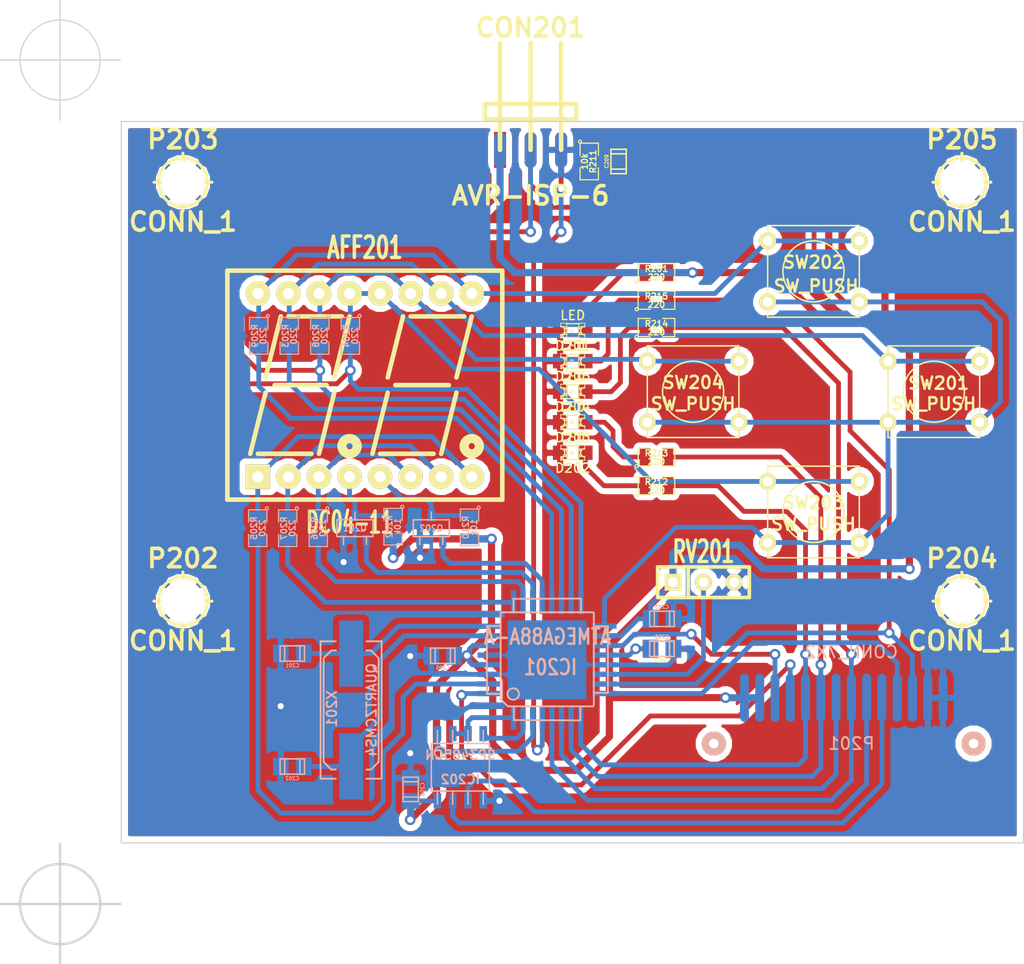
<source format=kicad_pcb>
(kicad_pcb (version 3) (host pcbnew "(2013-05-31 BZR 4019)-stable")
  (title_block (title "Home autoamtion simple controller") (rev 0.1) (comment 1 "logic part"))
  (layers (15 F.Cu signal) (0 B.Cu signal) (18 B.Paste user) (19 F.Paste user) (20 B.SilkS user) (21 F.SilkS user) (22 B.Mask user) (23 F.Mask user) (28 Edge.Cuts user))
  (net 0 "")
  (net 1 +5V)
  (net 2 /485_A)
  (net 3 /485_B)
  (net 4 /A)
  (net 5 /AA)
  (net 6 /B)
  (net 7 /C)
  (net 8 /CC)
  (net 9 /D)
  (net 10 /D1)
  (net 11 /D2)
  (net 12 /DD)
  (net 13 /E)
  (net 14 /EE)
  (net 15 /F)
  (net 16 /G)
  (net 17 /G1)
  (net 18 /G2)
  (net 19 /GG)
  (net 20 /IN)
  (net 21 /MISO)
  (net 22 /MOSI)
  (net 23 /PULSE1)
  (net 24 /PULSE2)
  (net 25 /PULSE3)
  (net 26 /SCK)
  (net 27 /SWFB)
  (net 28 /SWITCH)
  (net 29 /W1)
  (net 30 /ZCD)
  (net 31 /ref)
  (net 32 /reset)
  (net 33 /xtal1)
  (net 34 /xtal2)
  (net 35 GND)
  (net 36 N-0000021)
  (net 37 N-0000022)
  (net 38 N-0000023)
  (net 39 N-0000024)
  (net 40 N-0000041)
  (net 41 N-0000042)
  (net 42 N-0000043)
  (net 43 N-0000044)
  (net 44 N-0000045)
  (module TQFP32 (layer B.Cu) (at 115.951 129.2225)
    (fp_text reference IC201 (at 0.254 0.635) (layer B.SilkS) (effects (font (size 1.27 1.016) (thickness 0.2032)) (justify mirror)))
    (fp_text value ATMEGA88A-A (at 0 -1.905) (layer B.SilkS) (effects (font (size 1.27 1.016) (thickness 0.2032)) (justify mirror)))
    (pad 8 smd rect (at -4.81584 -2.77622) (size 1.99898 0.44958) (layers B.Cu B.Paste B.Mask) (net 34 /xtal2))
    (pad 7 smd rect (at -4.81584 -1.97612) (size 1.99898 0.44958) (layers B.Cu B.Paste B.Mask) (net 33 /xtal1))
    (pad 6 smd rect (at -4.81584 -1.17602) (size 1.99898 0.44958) (layers B.Cu B.Paste B.Mask) (net 1 +5V))
    (pad 5 smd rect (at -4.81584 -0.37592) (size 1.99898 0.44958) (layers B.Cu B.Paste B.Mask) (net 35 GND))
    (pad 4 smd rect (at -4.81584 0.42418) (size 1.99898 0.44958) (layers B.Cu B.Paste B.Mask) (net 1 +5V))
    (pad 3 smd rect (at -4.81584 1.22428) (size 1.99898 0.44958) (layers B.Cu B.Paste B.Mask) (net 35 GND))
    (pad 2 smd rect (at -4.81584 2.02438) (size 1.99898 0.44958) (layers B.Cu B.Paste B.Mask) (net 8 /CC))
    (pad 1 smd rect (at -4.81584 2.82448) (size 1.99898 0.44958) (layers B.Cu B.Paste B.Mask) (net 30 /ZCD))
    (pad 24 smd rect (at 4.7498 2.8194) (size 1.99898 0.44958) (layers B.Cu B.Paste B.Mask) (net 27 /SWFB))
    (pad 17 smd rect (at 4.7498 -2.794) (size 1.99898 0.44958) (layers B.Cu B.Paste B.Mask) (net 26 /SCK))
    (pad 18 smd rect (at 4.7498 -1.9812) (size 1.99898 0.44958) (layers B.Cu B.Paste B.Mask) (net 1 +5V))
    (pad 19 smd rect (at 4.7498 -1.1684) (size 1.99898 0.44958) (layers B.Cu B.Paste B.Mask) (net 20 /IN))
    (pad 20 smd rect (at 4.7498 -0.381) (size 1.99898 0.44958) (layers B.Cu B.Paste B.Mask) (net 31 /ref))
    (pad 21 smd rect (at 4.7498 0.4318) (size 1.99898 0.44958) (layers B.Cu B.Paste B.Mask) (net 35 GND))
    (pad 22 smd rect (at 4.7498 1.2192) (size 1.99898 0.44958) (layers B.Cu B.Paste B.Mask) (net 43 N-0000044))
    (pad 23 smd rect (at 4.7498 2.032) (size 1.99898 0.44958) (layers B.Cu B.Paste B.Mask) (net 28 /SWITCH))
    (pad 32 smd rect (at -2.82448 4.826) (size 0.44958 1.99898) (layers B.Cu B.Paste B.Mask) (net 40 N-0000041))
    (pad 31 smd rect (at -2.02692 4.826) (size 0.44958 1.99898) (layers B.Cu B.Paste B.Mask) (net 44 N-0000045))
    (pad 30 smd rect (at -1.22428 4.826) (size 0.44958 1.99898) (layers B.Cu B.Paste B.Mask) (net 41 N-0000042))
    (pad 29 smd rect (at -0.42672 4.826) (size 0.44958 1.99898) (layers B.Cu B.Paste B.Mask) (net 32 /reset))
    (pad 28 smd rect (at 0.37592 4.826) (size 0.44958 1.99898) (layers B.Cu B.Paste B.Mask) (net 23 /PULSE1))
    (pad 27 smd rect (at 1.17348 4.826) (size 0.44958 1.99898) (layers B.Cu B.Paste B.Mask) (net 29 /W1))
    (pad 26 smd rect (at 1.97612 4.826) (size 0.44958 1.99898) (layers B.Cu B.Paste B.Mask) (net 24 /PULSE2))
    (pad 25 smd rect (at 2.77368 4.826) (size 0.44958 1.99898) (layers B.Cu B.Paste B.Mask) (net 25 /PULSE3))
    (pad 9 smd rect (at -2.8194 -4.7752) (size 0.44958 1.99898) (layers B.Cu B.Paste B.Mask) (net 14 /EE))
    (pad 10 smd rect (at -2.032 -4.7752) (size 0.44958 1.99898) (layers B.Cu B.Paste B.Mask) (net 12 /DD))
    (pad 11 smd rect (at -1.2192 -4.7752) (size 0.44958 1.99898) (layers B.Cu B.Paste B.Mask) (net 17 /G1))
    (pad 12 smd rect (at -0.4318 -4.7752) (size 0.44958 1.99898) (layers B.Cu B.Paste B.Mask) (net 18 /G2))
    (pad 13 smd rect (at 0.3556 -4.7752) (size 0.44958 1.99898) (layers B.Cu B.Paste B.Mask) (net 19 /GG))
    (pad 14 smd rect (at 1.1684 -4.7752) (size 0.44958 1.99898) (layers B.Cu B.Paste B.Mask) (net 5 /AA))
    (pad 15 smd rect (at 1.9812 -4.7752) (size 0.44958 1.99898) (layers B.Cu B.Paste B.Mask) (net 22 /MOSI))
    (pad 16 smd rect (at 2.794 -4.7752) (size 0.44958 1.99898) (layers B.Cu B.Paste B.Mask) (net 21 /MISO))
  )
  (module SW_PUSH_SMALL (layer F.Cu) (at 148.082 106.934)
    (fp_text reference SW201 (at 0.393 -0.706) (layer F.SilkS) (effects (font (size 1.016 1.016) (thickness 0.2032))))
    (fp_text value SW_PUSH (at 0 1.016) (layer F.SilkS) (effects (font (size 1.016 1.016) (thickness 0.2032))))
    (pad 1 thru_hole circle (at 3.81 -2.54) (size 1.397 1.397) (drill 0.8128) (layers *.Cu *.Mask F.SilkS) (net 4 /A))
    (pad 2 thru_hole circle (at 3.81 2.54) (size 1.397 1.397) (drill 0.8128) (layers *.Cu *.Mask F.SilkS) (net 26 /SCK))
    (pad 1 thru_hole circle (at -3.81 -2.54) (size 1.397 1.397) (drill 0.8128) (layers *.Cu *.Mask F.SilkS) (net 4 /A))
    (pad 2 thru_hole circle (at -3.81 2.54) (size 1.397 1.397) (drill 0.8128) (layers *.Cu *.Mask F.SilkS) (net 26 /SCK))
  )
  (module SW_PUSH_SMALL (layer F.Cu) (at 138.0744 96.9264)
    (fp_text reference SW202 (at 0 -0.762) (layer F.SilkS) (effects (font (size 1.016 1.016) (thickness 0.2032))))
    (fp_text value SW_PUSH (at 0.222 1.22) (layer F.SilkS) (effects (font (size 1.016 1.016) (thickness 0.2032))))
    (pad 1 thru_hole circle (at 3.81 -2.54) (size 1.397 1.397) (drill 0.8128) (layers *.Cu *.Mask F.SilkS) (net 16 /G))
    (pad 2 thru_hole circle (at 3.81 2.54) (size 1.397 1.397) (drill 0.8128) (layers *.Cu *.Mask F.SilkS) (net 26 /SCK))
    (pad 1 thru_hole circle (at -3.81 -2.54) (size 1.397 1.397) (drill 0.8128) (layers *.Cu *.Mask F.SilkS) (net 16 /G))
    (pad 2 thru_hole circle (at -3.81 2.54) (size 1.397 1.397) (drill 0.8128) (layers *.Cu *.Mask F.SilkS) (net 26 /SCK))
  )
  (module SW_PUSH_SMALL (layer F.Cu) (at 138.0744 116.9416)
    (fp_text reference SW203 (at 0 -0.762) (layer F.SilkS) (effects (font (size 1.016 1.016) (thickness 0.2032))))
    (fp_text value SW_PUSH (at 0 1.016) (layer F.SilkS) (effects (font (size 1.016 1.016) (thickness 0.2032))))
    (pad 1 thru_hole circle (at 3.81 -2.54) (size 1.397 1.397) (drill 0.8128) (layers *.Cu *.Mask F.SilkS) (net 6 /B))
    (pad 2 thru_hole circle (at 3.81 2.54) (size 1.397 1.397) (drill 0.8128) (layers *.Cu *.Mask F.SilkS) (net 26 /SCK))
    (pad 1 thru_hole circle (at -3.81 -2.54) (size 1.397 1.397) (drill 0.8128) (layers *.Cu *.Mask F.SilkS) (net 6 /B))
    (pad 2 thru_hole circle (at -3.81 2.54) (size 1.397 1.397) (drill 0.8128) (layers *.Cu *.Mask F.SilkS) (net 26 /SCK))
  )
  (module SW_PUSH_SMALL (layer F.Cu) (at 128.0668 106.934)
    (fp_text reference SW204 (at 0 -0.762) (layer F.SilkS) (effects (font (size 1.016 1.016) (thickness 0.2032))))
    (fp_text value SW_PUSH (at 0 1.016) (layer F.SilkS) (effects (font (size 1.016 1.016) (thickness 0.2032))))
    (pad 1 thru_hole circle (at 3.81 -2.54) (size 1.397 1.397) (drill 0.8128) (layers *.Cu *.Mask F.SilkS) (net 15 /F))
    (pad 2 thru_hole circle (at 3.81 2.54) (size 1.397 1.397) (drill 0.8128) (layers *.Cu *.Mask F.SilkS) (net 26 /SCK))
    (pad 1 thru_hole circle (at -3.81 -2.54) (size 1.397 1.397) (drill 0.8128) (layers *.Cu *.Mask F.SilkS) (net 15 /F))
    (pad 2 thru_hole circle (at -3.81 2.54) (size 1.397 1.397) (drill 0.8128) (layers *.Cu *.Mask F.SilkS) (net 26 /SCK))
  )
  (module sot23 (layer B.Cu) (at 106.299 118.2878 180)
    (fp_text reference Q202 (at 0 0 180) (layer B.SilkS) (effects (font (size 0.50038 0.50038) (thickness 0.09906)) (justify mirror)))
    (fp_text value MOS_N_DHA hide)
    (pad 1 smd rect (at -0.9525 -1.05664 180) (size 0.59944 1.00076) (layers B.Cu B.Paste B.Mask) (net 18 /G2))
    (pad 2 smd rect (at 0 1.05664 180) (size 0.59944 1.00076) (layers B.Cu B.Paste B.Mask) (net 11 /D2))
    (pad 3 smd rect (at 0.9525 -1.05664 180) (size 0.59944 1.00076) (layers B.Cu B.Paste B.Mask) (net 35 GND))
  )
  (module sot23 (layer B.Cu) (at 99.949 118.2878 180)
    (fp_text reference Q201 (at 0 0 180) (layer B.SilkS) (effects (font (size 0.50038 0.50038) (thickness 0.09906)) (justify mirror)))
    (fp_text value MOS_N_DHA hide)
    (pad 1 smd rect (at -0.9525 -1.05664 180) (size 0.59944 1.00076) (layers B.Cu B.Paste B.Mask) (net 17 /G1))
    (pad 2 smd rect (at 0 1.05664 180) (size 0.59944 1.00076) (layers B.Cu B.Paste B.Mask) (net 10 /D1))
    (pad 3 smd rect (at 0.9525 -1.05664 180) (size 0.59944 1.00076) (layers B.Cu B.Paste B.Mask) (net 35 GND))
  )
  (module SM0805 (layer B.Cu) (at 97.028 102.2858 270)
    (fp_text reference R208 (at 0 0.3175 270) (layer B.SilkS) (effects (font (size 0.50038 0.50038) (thickness 0.10922)) (justify mirror)))
    (fp_text value 220 (at 0 -0.381 270) (layer B.SilkS) (effects (font (size 0.50038 0.50038) (thickness 0.10922)) (justify mirror)))
    (pad 1 smd rect (at -0.9525 0 270) (size 0.889 1.397) (layers B.Cu B.Paste B.Mask) (net 15 /F))
    (pad 2 smd rect (at 0.9525 0 270) (size 0.889 1.397) (layers B.Cu B.Paste B.Mask) (net 22 /MOSI))
  )
  (module SM0805 (layer B.Cu) (at 94.488 102.2858 270)
    (fp_text reference R203 (at 0 0.3175 270) (layer B.SilkS) (effects (font (size 0.50038 0.50038) (thickness 0.10922)) (justify mirror)))
    (fp_text value 220 (at 0 -0.381 270) (layer B.SilkS) (effects (font (size 0.50038 0.50038) (thickness 0.10922)) (justify mirror)))
    (pad 1 smd rect (at -0.9525 0 270) (size 0.889 1.397) (layers B.Cu B.Paste B.Mask) (net 4 /A))
    (pad 2 smd rect (at 0.9525 0 270) (size 0.889 1.397) (layers B.Cu B.Paste B.Mask) (net 5 /AA))
  )
  (module SM0805 (layer B.Cu) (at 99.568 102.2858 270)
    (fp_text reference R204 (at 0 0.3175 270) (layer B.SilkS) (effects (font (size 0.50038 0.50038) (thickness 0.10922)) (justify mirror)))
    (fp_text value 220 (at 0 -0.381 270) (layer B.SilkS) (effects (font (size 0.50038 0.50038) (thickness 0.10922)) (justify mirror)))
    (pad 1 smd rect (at -0.9525 0 270) (size 0.889 1.397) (layers B.Cu B.Paste B.Mask) (net 6 /B))
    (pad 2 smd rect (at 0.9525 0 270) (size 0.889 1.397) (layers B.Cu B.Paste B.Mask) (net 21 /MISO))
  )
  (module SM0805 (layer B.Cu) (at 96.901 118.2878 270)
    (fp_text reference R206 (at 0 0.3175 270) (layer B.SilkS) (effects (font (size 0.50038 0.50038) (thickness 0.10922)) (justify mirror)))
    (fp_text value 220 (at 0 -0.381 270) (layer B.SilkS) (effects (font (size 0.50038 0.50038) (thickness 0.10922)) (justify mirror)))
    (pad 1 smd rect (at -0.9525 0 270) (size 0.889 1.397) (layers B.Cu B.Paste B.Mask) (net 9 /D))
    (pad 2 smd rect (at 0.9525 0 270) (size 0.889 1.397) (layers B.Cu B.Paste B.Mask) (net 12 /DD))
  )
  (module SM0805 (layer B.Cu) (at 94.361 118.2878 270)
    (fp_text reference R207 (at 0 0.3175 270) (layer B.SilkS) (effects (font (size 0.50038 0.50038) (thickness 0.10922)) (justify mirror)))
    (fp_text value 220 (at 0 -0.381 270) (layer B.SilkS) (effects (font (size 0.50038 0.50038) (thickness 0.10922)) (justify mirror)))
    (pad 1 smd rect (at -0.9525 0 270) (size 0.889 1.397) (layers B.Cu B.Paste B.Mask) (net 13 /E))
    (pad 2 smd rect (at 0.9525 0 270) (size 0.889 1.397) (layers B.Cu B.Paste B.Mask) (net 14 /EE))
  )
  (module SM0805 (layer B.Cu) (at 91.871 118.2858 270)
    (fp_text reference R205 (at 0 0.3175 270) (layer B.SilkS) (effects (font (size 0.50038 0.50038) (thickness 0.10922)) (justify mirror)))
    (fp_text value 220 (at 0 -0.381 270) (layer B.SilkS) (effects (font (size 0.50038 0.50038) (thickness 0.10922)) (justify mirror)))
    (pad 1 smd rect (at -0.9525 0 270) (size 0.889 1.397) (layers B.Cu B.Paste B.Mask) (net 7 /C))
    (pad 2 smd rect (at 0.9525 0 270) (size 0.889 1.397) (layers B.Cu B.Paste B.Mask) (net 8 /CC))
  )
  (module SM0805 (layer B.Cu) (at 91.948 102.2858 270)
    (fp_text reference R209 (at 0 0.3175 270) (layer B.SilkS) (effects (font (size 0.50038 0.50038) (thickness 0.10922)) (justify mirror)))
    (fp_text value 220 (at 0 -0.381 270) (layer B.SilkS) (effects (font (size 0.50038 0.50038) (thickness 0.10922)) (justify mirror)))
    (pad 1 smd rect (at -0.9525 0 270) (size 0.889 1.397) (layers B.Cu B.Paste B.Mask) (net 16 /G))
    (pad 2 smd rect (at 0.9525 0 270) (size 0.889 1.397) (layers B.Cu B.Paste B.Mask) (net 19 /GG))
  )
  (module SM0805 (layer B.Cu) (at 103.124 118.1608 270)
    (fp_text reference R202 (at 0 0.3175 270) (layer B.SilkS) (effects (font (size 0.50038 0.50038) (thickness 0.10922)) (justify mirror)))
    (fp_text value 10k (at 0 -0.381 270) (layer B.SilkS) (effects (font (size 0.50038 0.50038) (thickness 0.10922)) (justify mirror)))
    (pad 1 smd rect (at -0.9525 0 270) (size 0.889 1.397) (layers B.Cu B.Paste B.Mask) (net 10 /D1))
    (pad 2 smd rect (at 0.9525 0 270) (size 0.889 1.397) (layers B.Cu B.Paste B.Mask) (net 1 +5V))
  )
  (module SM0805 (layer B.Cu) (at 109.474 118.2243 270)
    (fp_text reference R210 (at 0 0.3175 270) (layer B.SilkS) (effects (font (size 0.50038 0.50038) (thickness 0.10922)) (justify mirror)))
    (fp_text value 10k (at 0 -0.381 270) (layer B.SilkS) (effects (font (size 0.50038 0.50038) (thickness 0.10922)) (justify mirror)))
    (pad 1 smd rect (at -0.9525 0 270) (size 0.889 1.397) (layers B.Cu B.Paste B.Mask) (net 11 /D2))
    (pad 2 smd rect (at 0.9525 0 270) (size 0.889 1.397) (layers B.Cu B.Paste B.Mask) (net 1 +5V))
  )
  (module SM0805 (layer F.Cu) (at 125.0188 101.6)
    (fp_text reference R214 (at 0 -0.3175) (layer F.SilkS) (effects (font (size 0.50038 0.50038) (thickness 0.10922))))
    (fp_text value 220 (at 0 0.381) (layer F.SilkS) (effects (font (size 0.50038 0.50038) (thickness 0.10922))))
    (pad 1 smd rect (at -0.9525 0) (size 0.889 1.397) (layers F.Cu F.Paste F.Mask) (net 39 N-0000024))
    (pad 2 smd rect (at 0.9525 0) (size 0.889 1.397) (layers F.Cu F.Paste F.Mask) (net 23 /PULSE1))
  )
  (module SM0805 (layer F.Cu) (at 125.0188 112.3696)
    (fp_text reference R213 (at 0 -0.3175) (layer F.SilkS) (effects (font (size 0.50038 0.50038) (thickness 0.10922))))
    (fp_text value 220 (at 0 0.381) (layer F.SilkS) (effects (font (size 0.50038 0.50038) (thickness 0.10922))))
    (pad 1 smd rect (at -0.9525 0) (size 0.889 1.397) (layers F.Cu F.Paste F.Mask) (net 38 N-0000023))
    (pad 2 smd rect (at 0.9525 0) (size 0.889 1.397) (layers F.Cu F.Paste F.Mask) (net 24 /PULSE2))
  )
  (module SM0805 (layer F.Cu) (at 125.0188 114.7572)
    (fp_text reference R212 (at 0 -0.3175) (layer F.SilkS) (effects (font (size 0.50038 0.50038) (thickness 0.10922))))
    (fp_text value 220 (at 0 0.381) (layer F.SilkS) (effects (font (size 0.50038 0.50038) (thickness 0.10922))))
    (pad 1 smd rect (at -0.9525 0) (size 0.889 1.397) (layers F.Cu F.Paste F.Mask) (net 37 N-0000022))
    (pad 2 smd rect (at 0.9525 0) (size 0.889 1.397) (layers F.Cu F.Paste F.Mask) (net 25 /PULSE3))
  )
  (module SM0805 (layer F.Cu) (at 125.0188 99.314)
    (fp_text reference R215 (at 0 -0.3175) (layer F.SilkS) (effects (font (size 0.50038 0.50038) (thickness 0.10922))))
    (fp_text value 220 (at 0 0.381) (layer F.SilkS) (effects (font (size 0.50038 0.50038) (thickness 0.10922))))
    (pad 1 smd rect (at -0.9525 0) (size 0.889 1.397) (layers F.Cu F.Paste F.Mask) (net 36 N-0000021))
    (pad 2 smd rect (at 0.9525 0) (size 0.889 1.397) (layers F.Cu F.Paste F.Mask) (net 28 /SWITCH))
  )
  (module SM0805 (layer F.Cu) (at 125.0188 97.028)
    (fp_text reference R201 (at 0 -0.3175) (layer F.SilkS) (effects (font (size 0.50038 0.50038) (thickness 0.10922))))
    (fp_text value 220 (at 0 0.381) (layer F.SilkS) (effects (font (size 0.50038 0.50038) (thickness 0.10922))))
    (pad 1 smd rect (at -0.9525 0) (size 0.889 1.397) (layers F.Cu F.Paste F.Mask) (net 42 N-0000043))
    (pad 2 smd rect (at 0.9525 0) (size 0.889 1.397) (layers F.Cu F.Paste F.Mask) (net 1 +5V))
  )
  (module SM0805 (layer F.Cu) (at 119.4308 87.7824 270)
    (fp_text reference R211 (at 0 -0.3175 270) (layer F.SilkS) (effects (font (size 0.50038 0.50038) (thickness 0.10922))))
    (fp_text value 10k (at 0 0.381 270) (layer F.SilkS) (effects (font (size 0.50038 0.50038) (thickness 0.10922))))
    (pad 1 smd rect (at -0.9525 0 270) (size 0.889 1.397) (layers F.Cu F.Paste F.Mask) (net 32 /reset))
    (pad 2 smd rect (at 0.9525 0 270) (size 0.889 1.397) (layers F.Cu F.Paste F.Mask) (net 1 +5V))
  )
  (module SIL-3 (layer F.Cu) (at 128.9304 122.7836)
    (fp_text reference RV201 (at 0 -2.54) (layer F.SilkS) (effects (font (size 1.7907 1.07696) (thickness 0.3048))))
    (fp_text value POT hide)
    (pad 1 thru_hole rect (at -2.54 0) (size 1.397 1.397) (drill 0.8128) (layers *.Cu *.Mask F.SilkS) (net 1 +5V))
    (pad 2 thru_hole circle (at 0 0) (size 1.397 1.397) (drill 0.8128) (layers *.Cu *.Mask F.SilkS) (net 43 N-0000044))
    (pad 3 thru_hole circle (at 2.54 0) (size 1.397 1.397) (drill 0.8128) (layers *.Cu *.Mask F.SilkS) (net 35 GND))
  )
  (module Q_49U3HMS (layer B.Cu) (at 99.6315 133.4135 270)
    (fp_text reference X201 (at -0.1 1.6 270) (layer B.SilkS) (effects (font (size 0.8 0.8)) (justify mirror)))
    (fp_text value QUARTZCMS4 (at 0 -1.7 270) (layer B.SilkS) (effects (font (size 0.8 0.8)) (justify mirror)))
    (pad 1 smd rect (at -4.699 0 270) (size 5.4991 1.99898) (layers B.Cu B.Paste B.Mask) (net 34 /xtal2))
    (pad 2 smd rect (at 4.699 0 270) (size 5.4991 1.99898) (layers B.Cu B.Paste B.Mask) (net 33 /xtal1))
  )
  (module LED-0805 (layer F.Cu) (at 118.0592 104.394 180)
    (fp_text reference D205 (at 0 -1.27 180) (layer F.SilkS) (effects (font (size 0.762 0.762) (thickness 0.127))))
    (fp_text value LED (at 0 1.27 180) (layer F.SilkS) (effects (font (size 0.762 0.762) (thickness 0.127))))
    (pad 1 smd rect (at -1.04902 0 180) (size 1.19888 1.19888) (layers F.Cu F.Paste F.Mask) (net 36 N-0000021))
    (pad 2 smd rect (at 1.04902 0 180) (size 1.19888 1.19888) (layers F.Cu F.Paste F.Mask) (net 35 GND))
  )
  (module LED-0805 (layer F.Cu) (at 118.0592 101.854 180)
    (fp_text reference D201 (at 0 -1.27 180) (layer F.SilkS) (effects (font (size 0.762 0.762) (thickness 0.127))))
    (fp_text value LED (at 0 1.27 180) (layer F.SilkS) (effects (font (size 0.762 0.762) (thickness 0.127))))
    (pad 1 smd rect (at -1.04902 0 180) (size 1.19888 1.19888) (layers F.Cu F.Paste F.Mask) (net 42 N-0000043))
    (pad 2 smd rect (at 1.04902 0 180) (size 1.19888 1.19888) (layers F.Cu F.Paste F.Mask) (net 35 GND))
  )
  (module LED-0805 (layer F.Cu) (at 118.0592 106.934 180)
    (fp_text reference D204 (at 0 -1.27 180) (layer F.SilkS) (effects (font (size 0.762 0.762) (thickness 0.127))))
    (fp_text value LED (at 0 1.27 180) (layer F.SilkS) (effects (font (size 0.762 0.762) (thickness 0.127))))
    (pad 1 smd rect (at -1.04902 0 180) (size 1.19888 1.19888) (layers F.Cu F.Paste F.Mask) (net 39 N-0000024))
    (pad 2 smd rect (at 1.04902 0 180) (size 1.19888 1.19888) (layers F.Cu F.Paste F.Mask) (net 35 GND))
  )
  (module LED-0805 (layer F.Cu) (at 118.0592 112.014 180)
    (fp_text reference D202 (at 0 -1.27 180) (layer F.SilkS) (effects (font (size 0.762 0.762) (thickness 0.127))))
    (fp_text value LED (at 0 1.27 180) (layer F.SilkS) (effects (font (size 0.762 0.762) (thickness 0.127))))
    (pad 1 smd rect (at -1.04902 0 180) (size 1.19888 1.19888) (layers F.Cu F.Paste F.Mask) (net 37 N-0000022))
    (pad 2 smd rect (at 1.04902 0 180) (size 1.19888 1.19888) (layers F.Cu F.Paste F.Mask) (net 35 GND))
  )
  (module LED-0805 (layer F.Cu) (at 118.0592 109.474 180)
    (fp_text reference D203 (at 0 -1.27 180) (layer F.SilkS) (effects (font (size 0.762 0.762) (thickness 0.127))))
    (fp_text value LED (at 0 1.27 180) (layer F.SilkS) (effects (font (size 0.762 0.762) (thickness 0.127))))
    (pad 1 smd rect (at -1.04902 0 180) (size 1.19888 1.19888) (layers F.Cu F.Paste F.Mask) (net 38 N-0000023))
    (pad 2 smd rect (at 1.04902 0 180) (size 1.19888 1.19888) (layers F.Cu F.Paste F.Mask) (net 35 GND))
  )
  (module Dx04 (layer F.Cu) (at 100.771 106.3858)
    (fp_text reference AFF201 (at 0 -11.43) (layer F.SilkS) (effects (font (size 1.778 1.143) (thickness 0.3048))))
    (fp_text value DC04-11 (at -1.27 11.43) (layer F.SilkS) (effects (font (size 1.778 1.016) (thickness 0.3048))))
    (pad 1 thru_hole rect (at -8.89 7.62) (size 2.032 2.032) (drill 0.9144) (layers *.Cu *.Mask F.SilkS) (net 7 /C))
    (pad 2 thru_hole circle (at -6.35 7.62) (size 2.032 2.032) (drill 0.9144) (layers *.Cu *.Mask F.SilkS) (net 13 /E))
    (pad 3 thru_hole circle (at -3.81 7.62) (size 2.032 2.032) (drill 0.9144) (layers *.Cu *.Mask F.SilkS) (net 9 /D))
    (pad 4 thru_hole circle (at -1.27 7.62) (size 2.032 2.032) (drill 0.9144) (layers *.Cu *.Mask F.SilkS) (net 10 /D1))
    (pad 13 thru_hole circle (at -1.27 -7.62) (size 2.032 2.032) (drill 0.9144) (layers *.Cu *.Mask F.SilkS) (net 6 /B))
    (pad 14 thru_hole circle (at -3.81 -7.62) (size 2.032 2.032) (drill 0.9144) (layers *.Cu *.Mask F.SilkS) (net 15 /F))
    (pad 15 thru_hole circle (at -6.35 -7.62) (size 2.032 2.032) (drill 0.9144) (layers *.Cu *.Mask F.SilkS) (net 4 /A))
    (pad 16 thru_hole circle (at -8.89 -7.62) (size 2.032 2.032) (drill 0.9144) (layers *.Cu *.Mask F.SilkS) (net 16 /G))
    (pad 5 thru_hole circle (at 1.27 7.62) (size 2.032 2.032) (drill 0.9144) (layers *.Cu *.Mask F.SilkS) (net 11 /D2))
    (pad 6 thru_hole circle (at 3.81 7.62) (size 2.032 2.032) (drill 0.9144) (layers *.Cu *.Mask F.SilkS) (net 9 /D))
    (pad 7 thru_hole circle (at 6.35 7.62) (size 2.032 2.032) (drill 0.9144) (layers *.Cu *.Mask F.SilkS) (net 13 /E))
    (pad 8 thru_hole circle (at 8.89 7.62) (size 2.032 2.032) (drill 0.9144) (layers *.Cu *.Mask F.SilkS) (net 7 /C))
    (pad 12 thru_hole circle (at 1.27 -7.62) (size 2.032 2.032) (drill 0.9144) (layers *.Cu *.Mask F.SilkS) (net 6 /B))
    (pad 11 thru_hole circle (at 3.81 -7.62) (size 2.032 2.032) (drill 0.9144) (layers *.Cu *.Mask F.SilkS) (net 15 /F))
    (pad 10 thru_hole circle (at 6.35 -7.62) (size 2.032 2.032) (drill 0.9144) (layers *.Cu *.Mask F.SilkS) (net 4 /A))
    (pad 9 thru_hole circle (at 8.89 -7.62) (size 2.032 2.032) (drill 0.9144) (layers *.Cu *.Mask F.SilkS) (net 16 /G))
  )
  (module c_0805 (layer B.Cu) (at 94.742 138.1125)
    (fp_text reference C202 (at 0 0.9906) (layer B.SilkS) (effects (font (size 0.29972 0.29972) (thickness 0.06096)) (justify mirror)))
    (fp_text value 12p hide)
    (pad 1 smd rect (at 0.9525 0) (size 1.30048 1.4986) (layers B.Cu B.Paste B.Mask) (net 33 /xtal1))
    (pad 2 smd rect (at -0.9525 0) (size 1.30048 1.4986) (layers B.Cu B.Paste B.Mask) (net 35 GND))
  )
  (module c_0805 (layer B.Cu) (at 94.742 128.7145)
    (fp_text reference C201 (at 0 0.9906) (layer B.SilkS) (effects (font (size 0.29972 0.29972) (thickness 0.06096)) (justify mirror)))
    (fp_text value 12p hide)
    (pad 1 smd rect (at 0.9525 0) (size 1.30048 1.4986) (layers B.Cu B.Paste B.Mask) (net 34 /xtal2))
    (pad 2 smd rect (at -0.9525 0) (size 1.30048 1.4986) (layers B.Cu B.Paste B.Mask) (net 35 GND))
  )
  (module c_0805 (layer B.Cu) (at 107.2515 128.905)
    (fp_text reference C205 (at 0 0.9906) (layer B.SilkS) (effects (font (size 0.29972 0.29972) (thickness 0.06096)) (justify mirror)))
    (fp_text value 100n hide)
    (pad 1 smd rect (at 0.9525 0) (size 1.30048 1.4986) (layers B.Cu B.Paste B.Mask) (net 1 +5V))
    (pad 2 smd rect (at -0.9525 0) (size 1.30048 1.4986) (layers B.Cu B.Paste B.Mask) (net 35 GND))
  )
  (module c_0805 (layer B.Cu) (at 104.5845 140.0175 90)
    (fp_text reference C206 (at 0 0.9906 90) (layer B.SilkS) (effects (font (size 0.29972 0.29972) (thickness 0.06096)) (justify mirror)))
    (fp_text value 100n hide)
    (pad 1 smd rect (at 0.9525 0 90) (size 1.30048 1.4986) (layers B.Cu B.Paste B.Mask) (net 35 GND))
    (pad 2 smd rect (at -0.9525 0 90) (size 1.30048 1.4986) (layers B.Cu B.Paste B.Mask) (net 1 +5V))
  )
  (module c_0805 (layer F.Cu) (at 121.8692 87.7824 90)
    (fp_text reference C209 (at 0 -0.9906 90) (layer F.SilkS) (effects (font (size 0.29972 0.29972) (thickness 0.06096))))
    (fp_text value 1u hide)
    (pad 1 smd rect (at 0.9525 0 90) (size 1.30048 1.4986) (layers F.Cu F.Paste F.Mask) (net 32 /reset))
    (pad 2 smd rect (at -0.9525 0 90) (size 1.30048 1.4986) (layers F.Cu F.Paste F.Mask) (net 35 GND))
  )
  (module c_0805 (layer F.Cu) (at 125.476 128.3208 180)
    (fp_text reference C207 (at 0 -0.9906 180) (layer F.SilkS) (effects (font (size 0.29972 0.29972) (thickness 0.06096))))
    (fp_text value 1u hide)
    (pad 1 smd rect (at 0.9525 0 180) (size 1.30048 1.4986) (layers F.Cu F.Paste F.Mask) (net 31 /ref))
    (pad 2 smd rect (at -0.9525 0 180) (size 1.30048 1.4986) (layers F.Cu F.Paste F.Mask) (net 35 GND))
  )
  (module c_0805 (layer B.Cu) (at 125.476 128.3208 180)
    (fp_text reference C208 (at 0 0.9906 180) (layer B.SilkS) (effects (font (size 0.29972 0.29972) (thickness 0.06096)) (justify mirror)))
    (fp_text value 100n hide)
    (pad 1 smd rect (at 0.9525 0 180) (size 1.30048 1.4986) (layers B.Cu B.Paste B.Mask) (net 31 /ref))
    (pad 2 smd rect (at -0.9525 0 180) (size 1.30048 1.4986) (layers B.Cu B.Paste B.Mask) (net 35 GND))
  )
  (module c_0805 (layer B.Cu) (at 125.476 125.8316 180)
    (fp_text reference C203 (at 0 0.9906 180) (layer B.SilkS) (effects (font (size 0.29972 0.29972) (thickness 0.06096)) (justify mirror)))
    (fp_text value 100n hide)
    (pad 1 smd rect (at 0.9525 0 180) (size 1.30048 1.4986) (layers B.Cu B.Paste B.Mask) (net 1 +5V))
    (pad 2 smd rect (at -0.9525 0 180) (size 1.30048 1.4986) (layers B.Cu B.Paste B.Mask) (net 35 GND))
  )
  (module hole_3mm5 (layer F.Cu) (at 85.6488 124.3584)
    (fp_text reference P202 (at 0 -3.556) (layer F.SilkS) (effects (font (size 1.524 1.524) (thickness 0.3048))))
    (fp_text value CONN_1 (at 0 3.302) (layer F.SilkS) (effects (font (size 1.524 1.524) (thickness 0.3048))))
    (pad 1 thru_hole circle (at 0 0) (size 3.50012 3.50012) (drill 3.50012) (layers *.Cu F.SilkS) (net 35 GND))
  )
  (module hole_3mm5 (layer F.Cu) (at 85.6488 89.5096)
    (fp_text reference P203 (at 0 -3.556) (layer F.SilkS) (effects (font (size 1.524 1.524) (thickness 0.3048))))
    (fp_text value CONN_1 (at 0 3.302) (layer F.SilkS) (effects (font (size 1.524 1.524) (thickness 0.3048))))
    (pad 1 thru_hole circle (at 0 0) (size 3.50012 3.50012) (drill 3.50012) (layers *.Cu F.SilkS) (net 35 GND))
  )
  (module hole_3mm5 (layer F.Cu) (at 150.4188 124.3584)
    (fp_text reference P204 (at 0 -3.556) (layer F.SilkS) (effects (font (size 1.524 1.524) (thickness 0.3048))))
    (fp_text value CONN_1 (at 0 3.302) (layer F.SilkS) (effects (font (size 1.524 1.524) (thickness 0.3048))))
    (pad 1 thru_hole circle (at 0 0) (size 3.50012 3.50012) (drill 3.50012) (layers *.Cu F.SilkS) (net 35 GND))
  )
  (module hole_3mm5 (layer F.Cu) (at 150.4188 89.5096)
    (fp_text reference P205 (at 0 -3.556) (layer F.SilkS) (effects (font (size 1.524 1.524) (thickness 0.3048))))
    (fp_text value CONN_1 (at 0 3.302) (layer F.SilkS) (effects (font (size 1.524 1.524) (thickness 0.3048))))
    (pad 1 thru_hole circle (at 0 0) (size 3.50012 3.50012) (drill 3.50012) (layers *.Cu F.SilkS) (net 35 GND))
  )
  (module so-8 (layer B.Cu) (at 108.712 138.176)
    (fp_text reference IC202 (at 0 1.016) (layer B.SilkS) (effects (font (size 0.7493 0.7493) (thickness 0.14986)) (justify mirror)))
    (fp_text value SP3485CN (at 0 -1.016) (layer B.SilkS) (effects (font (size 0.7493 0.7493) (thickness 0.14986)) (justify mirror)))
    (pad 1 smd rect (at -1.905 -2.794) (size 0.635 1.27) (layers B.Cu B.Paste B.Mask) (net 41 N-0000042))
    (pad 2 smd rect (at -0.635 -2.794) (size 0.635 1.27) (layers B.Cu B.Paste B.Mask) (net 40 N-0000041))
    (pad 3 smd rect (at 0.635 -2.794) (size 0.635 1.27) (layers B.Cu B.Paste B.Mask) (net 40 N-0000041))
    (pad 4 smd rect (at 1.905 -2.794) (size 0.635 1.27) (layers B.Cu B.Paste B.Mask) (net 44 N-0000045))
    (pad 5 smd rect (at 1.905 2.794) (size 0.635 1.27) (layers B.Cu B.Paste B.Mask) (net 35 GND))
    (pad 6 smd rect (at 0.635 2.794) (size 0.635 1.27) (layers B.Cu B.Paste B.Mask) (net 2 /485_A))
    (pad 7 smd rect (at -0.635 2.794) (size 0.635 1.27) (layers B.Cu B.Paste B.Mask) (net 3 /485_B))
    (pad 8 smd rect (at -1.905 2.794) (size 0.635 1.27) (layers B.Cu B.Paste B.Mask) (net 1 +5V))
  )
  (module avr_isp_6_edge (layer F.Cu) (at 114.554 86.8172 180)
    (fp_text reference CON201 (at 0 10.16 180) (layer F.SilkS) (effects (font (size 1.524 1.524) (thickness 0.3048))))
    (fp_text value AVR-ISP-6 (at 0 -3.81 180) (layer F.SilkS) (effects (font (size 1.524 1.524) (thickness 0.3048))))
    (pad 1 smd rect (at 2.54 0 180) (size 1.00076 2.99974) (layers F.Cu F.Paste F.Mask) (net 21 /MISO))
    (pad 2 smd oval (at 2.54 0 180) (size 1.00076 2.99974) (layers B.Cu B.Paste B.Mask) (net 1 +5V))
    (pad 3 smd oval (at 0 0 180) (size 1.00076 2.99974) (layers F.Cu F.Paste F.Mask) (net 26 /SCK))
    (pad 4 smd oval (at 0 0 180) (size 1.00076 2.99974) (layers B.Cu B.Paste B.Mask) (net 22 /MOSI))
    (pad 5 smd oval (at -2.54 0 180) (size 1.00076 2.99974) (layers F.Cu F.Paste F.Mask) (net 32 /reset))
    (pad 6 smd oval (at -2.54 0 180) (size 1.00076 2.99974) (layers B.Cu B.Paste B.Mask) (net 35 GND))
  )
  (module 14pin_flatcable_pcbstrip (layer B.Cu) (at 132.334 132.3975)
    (fp_text reference P201 (at 8.89 3.81) (layer B.SilkS) (effects (justify mirror)))
    (fp_text value CONN_7X2 (at 8.89 -3.81) (layer B.SilkS) (effects (justify mirror)))
    (pad 1 smd oval (at 0 0) (size 0.75 4) (layers B.Cu B.Paste B.Mask) (net 1 +5V))
    (pad 2 smd oval (at 1.27 0) (size 0.75 4) (layers B.Cu B.Paste B.Mask) (net 1 +5V))
    (pad 3 smd oval (at 2.54 0) (size 0.75 4) (layers B.Cu B.Paste B.Mask) (net 20 /IN))
    (pad 4 smd oval (at 3.81 0) (size 0.75 4) (layers B.Cu B.Paste B.Mask) (net 30 /ZCD))
    (pad 5 smd oval (at 5.08 0) (size 0.75 4) (layers B.Cu B.Paste B.Mask) (net 25 /PULSE3))
    (pad 6 smd oval (at 6.35 0) (size 0.75 4) (layers B.Cu B.Paste B.Mask) (net 24 /PULSE2))
    (pad 7 smd oval (at 7.62 0) (size 0.75 4) (layers B.Cu B.Paste B.Mask) (net 29 /W1))
    (pad 8 smd oval (at 8.89 0) (size 0.75 4) (layers B.Cu B.Paste B.Mask) (net 23 /PULSE1))
    (pad 9 smd oval (at 10.16 0) (size 0.75 4) (layers B.Cu B.Paste B.Mask) (net 2 /485_A))
    (pad 10 smd oval (at 11.43 0) (size 0.75 4) (layers B.Cu B.Paste B.Mask) (net 3 /485_B))
    (pad 11 smd oval (at 12.7 0) (size 0.75 4) (layers B.Cu B.Paste B.Mask) (net 27 /SWFB))
    (pad 12 smd oval (at 13.97 0) (size 0.75 4) (layers B.Cu B.Paste B.Mask) (net 28 /SWITCH))
    (pad 13 smd oval (at 15.24 0) (size 0.75 4) (layers B.Cu B.Paste B.Mask) (net 35 GND))
    (pad 14 smd oval (at 16.51 0) (size 0.75 4) (layers B.Cu B.Paste B.Mask) (net 35 GND))
    (pad 0 thru_hole circle (at -2.54 3.81) (size 2 2) (drill 0.8) (layers *.Cu *.Mask B.SilkS))
    (pad 0 thru_hole circle (at 19.05 3.81) (size 2 2) (drill 0.8) (layers *.Cu *.Mask B.SilkS))
  )
  (target plus (at 75.438 79.3496) (size 10) (width 0.1) (layer Edge.Cuts))
  (target plus (at 75.438 149.5552) (size 10) (width 0.2) (layer Edge.Cuts))
  (gr_line (start 155.53 84.456) (end 80.53 84.456) (angle 90) (layer Edge.Cuts) (width 0.1))
  (gr_line (start 155.53 144.47) (end 155.53 84.455) (angle 90) (layer Edge.Cuts) (width 0.1))
  (gr_line (start 80.53 144.47) (end 155.53 144.47) (angle 90) (layer Edge.Cuts) (width 0.1))
  (gr_line (start 80.53 84.455) (end 80.53 144.47) (angle 90) (layer Edge.Cuts) (width 0.1))
  (segment (start 91.8845 121.4628) (end 91.871 121.4763) (width 0.4) (layer B.Cu) (net 0))
  (segment (start 144.018 100.33) (end 144.018 101.1428) (width 0.6) (layer F.Cu) (net 1))
  (segment (start 126.3904 122.7836) (end 126.3904 120.396) (width 0.6) (layer B.Cu) (net 1))
  (segment (start 126.3904 120.396) (end 127.1016 119.6848) (width 0.6) (layer B.Cu) (net 1))
  (segment (start 127.1016 119.6848) (end 131.9276 119.6848) (width 0.6) (layer B.Cu) (net 1))
  (segment (start 131.9276 119.6848) (end 133.9088 121.666) (width 0.6) (layer B.Cu) (net 1))
  (segment (start 133.9088 121.666) (end 146.05 121.666) (width 0.6) (layer B.Cu) (net 1))
  (via (at 146.05 121.666) (size 0.889) (layers F.Cu B.Cu) (net 1))
  (segment (start 146.05 121.666) (end 146.05 119.8372) (width 0.6) (layer F.Cu) (net 1))
  (segment (start 146.05 119.8372) (end 146.05 106.5276) (width 0.6) (layer F.Cu) (net 1))
  (segment (start 146.05 106.5276) (end 146.05 102.1588) (width 0.6) (layer F.Cu) (net 1))
  (segment (start 146.05 102.1588) (end 145.034 101.1428) (width 0.6) (layer F.Cu) (net 1))
  (segment (start 145.034 101.1428) (end 144.018 101.1428) (width 0.6) (layer F.Cu) (net 1))
  (segment (start 144.018 101.1428) (end 143.2052 101.1428) (width 0.6) (layer F.Cu) (net 1))
  (segment (start 132.334 132.3975) (end 130.7719 132.3975) (width 0.6) (layer B.Cu) (net 1))
  (segment (start 130.7592 132.3848) (end 121.1072 132.3848) (width 0.6) (layer F.Cu) (net 1))
  (via (at 130.7592 132.3848) (size 0.889) (layers F.Cu B.Cu) (net 1))
  (segment (start 130.7719 132.3975) (end 130.7592 132.3848) (width 0.6) (layer B.Cu) (net 1))
  (segment (start 133.604 132.3975) (end 132.334 132.3975) (width 0.6) (layer B.Cu) (net 1))
  (segment (start 109.2708 128.8796) (end 111.4044 131.0132) (width 0.6) (layer F.Cu) (net 1))
  (segment (start 111.4044 131.0132) (end 111.4044 136.2456) (width 0.6) (layer F.Cu) (net 1))
  (segment (start 111.4044 136.2456) (end 113.5888 138.43) (width 0.6) (layer F.Cu) (net 1))
  (segment (start 113.5888 138.43) (end 118.3132 138.43) (width 0.6) (layer F.Cu) (net 1))
  (segment (start 118.3132 138.43) (end 121.1072 135.636) (width 0.6) (layer F.Cu) (net 1))
  (segment (start 121.1072 135.636) (end 121.1072 132.3848) (width 0.6) (layer F.Cu) (net 1))
  (segment (start 121.1072 128.0668) (end 126.3904 122.7836) (width 0.6) (layer F.Cu) (net 1))
  (segment (start 121.1072 132.3848) (end 121.1072 128.0668) (width 0.6) (layer F.Cu) (net 1))
  (segment (start 104.5845 140.97) (end 104.5845 142.5067) (width 0.6) (layer B.Cu) (net 1))
  (segment (start 106.7308 131.4196) (end 109.2708 128.8796) (width 0.6) (layer F.Cu) (net 1))
  (segment (start 106.7308 140.3604) (end 106.7308 131.4196) (width 0.6) (layer F.Cu) (net 1))
  (segment (start 104.5464 142.5448) (end 106.7308 140.3604) (width 0.6) (layer F.Cu) (net 1))
  (via (at 104.5464 142.5448) (size 0.889) (layers F.Cu B.Cu) (net 1))
  (segment (start 104.5845 142.5067) (end 104.5464 142.5448) (width 0.6) (layer B.Cu) (net 1))
  (segment (start 108.204 128.905) (end 109.2454 128.905) (width 0.4) (layer B.Cu) (net 1))
  (segment (start 109.2454 128.905) (end 109.2708 128.8796) (width 0.4) (layer B.Cu) (net 1))
  (via (at 109.2708 128.8796) (size 0.889) (layers F.Cu B.Cu) (net 1))
  (segment (start 111.3028 126.8476) (end 111.3028 119.1768) (width 0.6) (layer F.Cu) (net 1))
  (segment (start 109.2708 128.8796) (end 111.3028 126.8476) (width 0.6) (layer F.Cu) (net 1))
  (segment (start 103.124 119.1133) (end 103.124 120.7516) (width 0.6) (layer B.Cu) (net 1))
  (segment (start 104.6988 119.1768) (end 111.3028 119.1768) (width 0.6) (layer F.Cu) (net 1))
  (segment (start 103.124 120.7516) (end 104.6988 119.1768) (width 0.6) (layer F.Cu) (net 1))
  (via (at 103.124 120.7516) (size 0.889) (layers F.Cu B.Cu) (net 1))
  (via (at 111.3028 119.1768) (size 0.889) (layers F.Cu B.Cu) (net 1))
  (segment (start 111.3028 119.1768) (end 109.474 119.1768) (width 0.6) (layer B.Cu) (net 1))
  (segment (start 112.014 86.8172) (end 112.014 95.8088) (width 0.6) (layer B.Cu) (net 1))
  (via (at 128.016 97.028) (size 0.889) (layers F.Cu B.Cu) (net 1))
  (segment (start 113.2332 97.028) (end 128.016 97.028) (width 0.6) (layer B.Cu) (net 1))
  (segment (start 112.014 95.8088) (end 113.2332 97.028) (width 0.6) (layer B.Cu) (net 1))
  (segment (start 119.4308 88.7349) (end 119.4308 89.7636) (width 0.6) (layer F.Cu) (net 1))
  (segment (start 144.018 98.552) (end 144.018 100.33) (width 0.6) (layer F.Cu) (net 1))
  (segment (start 143.1036 97.6376) (end 144.018 98.552) (width 0.6) (layer F.Cu) (net 1))
  (segment (start 140.9192 97.6376) (end 143.1036 97.6376) (width 0.6) (layer F.Cu) (net 1))
  (segment (start 139.3444 96.0628) (end 140.9192 97.6376) (width 0.6) (layer F.Cu) (net 1))
  (segment (start 139.3444 92.3544) (end 139.3444 96.0628) (width 0.6) (layer F.Cu) (net 1))
  (segment (start 137.414 90.424) (end 139.3444 92.3544) (width 0.6) (layer F.Cu) (net 1))
  (segment (start 120.0912 90.424) (end 137.414 90.424) (width 0.6) (layer F.Cu) (net 1))
  (segment (start 119.4308 89.7636) (end 120.0912 90.424) (width 0.6) (layer F.Cu) (net 1))
  (segment (start 143.2052 101.1428) (end 138.938 101.1428) (width 0.6) (layer F.Cu) (net 1))
  (segment (start 134.8232 97.028) (end 128.016 97.028) (width 0.6) (layer F.Cu) (net 1))
  (segment (start 138.938 101.1428) (end 134.8232 97.028) (width 0.6) (layer F.Cu) (net 1))
  (segment (start 128.016 97.028) (end 125.9713 97.028) (width 0.4) (layer F.Cu) (net 1))
  (segment (start 124.5235 125.8316) (end 124.5235 124.6505) (width 0.4) (layer B.Cu) (net 1))
  (segment (start 124.5235 124.6505) (end 126.3904 122.7836) (width 0.4) (layer B.Cu) (net 1))
  (segment (start 123.0884 126.238) (end 123.4948 125.8316) (width 0.4) (layer B.Cu) (net 1))
  (segment (start 122.0851 127.2413) (end 123.0884 126.238) (width 0.4) (layer B.Cu) (net 1))
  (segment (start 120.7008 127.2413) (end 122.0851 127.2413) (width 0.4) (layer B.Cu) (net 1))
  (segment (start 123.4948 125.8316) (end 124.5235 125.8316) (width 0.4) (layer B.Cu) (net 1))
  (segment (start 108.204 128.905) (end 109.474 128.905) (width 0.4) (layer B.Cu) (net 1))
  (segment (start 111.13516 129.64668) (end 109.70768 129.64668) (width 0.4) (layer B.Cu) (net 1))
  (segment (start 109.76102 128.04648) (end 111.13516 128.04648) (width 0.4) (layer B.Cu) (net 1))
  (segment (start 109.474 128.3335) (end 109.76102 128.04648) (width 0.4) (layer B.Cu) (net 1))
  (segment (start 109.474 129.413) (end 109.474 128.905) (width 0.4) (layer B.Cu) (net 1))
  (segment (start 109.474 128.905) (end 109.474 128.3335) (width 0.4) (layer B.Cu) (net 1))
  (segment (start 109.70768 129.64668) (end 109.474 129.413) (width 0.4) (layer B.Cu) (net 1))
  (segment (start 106.807 140.97) (end 104.5845 140.97) (width 0.4) (layer B.Cu) (net 1))
  (segment (start 111.6076 139.319) (end 112.3442 139.319) (width 0.4) (layer B.Cu) (net 2))
  (segment (start 142.494 139.5476) (end 142.494 135.8392) (width 0.4) (layer B.Cu) (net 2))
  (segment (start 140.1572 141.8844) (end 142.494 139.5476) (width 0.4) (layer B.Cu) (net 2))
  (segment (start 114.9096 141.8844) (end 140.1572 141.8844) (width 0.4) (layer B.Cu) (net 2))
  (segment (start 112.3442 139.319) (end 114.9096 141.8844) (width 0.4) (layer B.Cu) (net 2))
  (segment (start 142.494 132.3975) (end 142.494 135.8392) (width 0.4) (layer B.Cu) (net 2))
  (segment (start 109.347 139.827) (end 109.347 140.97) (width 0.4) (layer B.Cu) (net 2))
  (segment (start 109.855 139.319) (end 109.347 139.827) (width 0.4) (layer B.Cu) (net 2))
  (segment (start 111.6076 139.319) (end 109.855 139.319) (width 0.4) (layer B.Cu) (net 2))
  (segment (start 143.764 132.3975) (end 143.764 139.573) (width 0.4) (layer B.Cu) (net 3))
  (segment (start 108.077 142.24) (end 108.077 140.97) (width 0.4) (layer B.Cu) (net 3))
  (segment (start 108.6485 142.8115) (end 108.077 142.24) (width 0.4) (layer B.Cu) (net 3))
  (segment (start 140.5255 142.8115) (end 108.6485 142.8115) (width 0.4) (layer B.Cu) (net 3))
  (segment (start 143.764 139.573) (end 140.5255 142.8115) (width 0.4) (layer B.Cu) (net 3))
  (segment (start 141.7828 102.2604) (end 142.1384 102.2604) (width 0.4) (layer B.Cu) (net 4))
  (segment (start 142.1384 102.2604) (end 144.272 104.394) (width 0.4) (layer B.Cu) (net 4))
  (segment (start 144.272 104.394) (end 151.892 104.394) (width 0.4) (layer B.Cu) (net 4))
  (segment (start 107.121 98.7658) (end 107.121 98.7898) (width 0.4) (layer B.Cu) (net 4))
  (segment (start 110.5916 102.2604) (end 141.7828 102.2604) (width 0.4) (layer B.Cu) (net 4))
  (segment (start 107.121 98.7898) (end 110.5916 102.2604) (width 0.4) (layer B.Cu) (net 4))
  (segment (start 94.421 98.7658) (end 94.452 98.7658) (width 0.4) (layer B.Cu) (net 4))
  (segment (start 104.672 96.3168) (end 107.121 98.7658) (width 0.4) (layer B.Cu) (net 4))
  (segment (start 96.901 96.3168) (end 104.672 96.3168) (width 0.4) (layer B.Cu) (net 4))
  (segment (start 94.452 98.7658) (end 96.901 96.3168) (width 0.4) (layer B.Cu) (net 4))
  (segment (start 94.488 101.3333) (end 94.488 98.8328) (width 0.4) (layer B.Cu) (net 4))
  (segment (start 94.488 98.8328) (end 94.421 98.7658) (width 0.4) (layer B.Cu) (net 4))
  (segment (start 117.1194 117.7544) (end 117.1194 116.7892) (width 0.4) (layer B.Cu) (net 5))
  (segment (start 117.1194 116.7892) (end 108.712 108.3818) (width 0.4) (layer B.Cu) (net 5))
  (segment (start 108.712 108.3818) (end 96.647 108.3818) (width 0.4) (layer B.Cu) (net 5))
  (segment (start 96.647 108.3818) (end 94.488 106.2228) (width 0.4) (layer B.Cu) (net 5))
  (segment (start 94.488 103.2383) (end 94.488 106.2228) (width 0.4) (layer B.Cu) (net 5))
  (segment (start 117.1194 117.7544) (end 117.1194 124.4473) (width 0.4) (layer B.Cu) (net 5))
  (segment (start 115.2652 105.0544) (end 116.2304 106.0196) (width 0.4) (layer B.Cu) (net 6))
  (segment (start 116.2304 106.0196) (end 124.6124 114.4016) (width 0.4) (layer B.Cu) (net 6))
  (segment (start 124.6124 114.4016) (end 134.2644 114.4016) (width 0.4) (layer B.Cu) (net 6))
  (segment (start 134.2644 114.4016) (end 141.8844 114.4016) (width 0.4) (layer B.Cu) (net 6))
  (segment (start 102.041 98.7658) (end 102.0678 98.7658) (width 0.4) (layer B.Cu) (net 6))
  (segment (start 108.3564 105.0544) (end 115.2652 105.0544) (width 0.4) (layer B.Cu) (net 6))
  (segment (start 102.0678 98.7658) (end 108.3564 105.0544) (width 0.4) (layer B.Cu) (net 6))
  (segment (start 99.568 101.3333) (end 99.568 98.8328) (width 0.4) (layer B.Cu) (net 6))
  (segment (start 99.568 98.8328) (end 99.501 98.7658) (width 0.4) (layer B.Cu) (net 6))
  (segment (start 99.501 98.7658) (end 102.041 98.7658) (width 0.4) (layer B.Cu) (net 6))
  (segment (start 95.25 110.6678) (end 106.323 110.6678) (width 0.4) (layer B.Cu) (net 7))
  (segment (start 91.912 114.0058) (end 95.25 110.6678) (width 0.4) (layer B.Cu) (net 7))
  (segment (start 91.881 114.0058) (end 91.912 114.0058) (width 0.4) (layer B.Cu) (net 7))
  (segment (start 106.323 110.6678) (end 109.661 114.0058) (width 0.4) (layer B.Cu) (net 7))
  (segment (start 91.871 117.3333) (end 91.871 114.0158) (width 0.4) (layer B.Cu) (net 7))
  (segment (start 91.871 114.0158) (end 91.881 114.0058) (width 0.4) (layer B.Cu) (net 7))
  (segment (start 91.8845 140.0937) (end 91.8845 119.2518) (width 0.4) (layer B.Cu) (net 8))
  (segment (start 93.7768 141.986) (end 91.8845 140.0937) (width 0.4) (layer B.Cu) (net 8))
  (segment (start 101.346 141.986) (end 93.7768 141.986) (width 0.4) (layer B.Cu) (net 8))
  (segment (start 102.2985 141.0335) (end 101.346 141.986) (width 0.4) (layer B.Cu) (net 8))
  (segment (start 102.2985 136.9695) (end 102.2985 141.0335) (width 0.4) (layer B.Cu) (net 8))
  (segment (start 103.9495 135.3185) (end 102.2985 136.9695) (width 0.4) (layer B.Cu) (net 8))
  (segment (start 103.9495 133.096) (end 103.9495 135.3185) (width 0.4) (layer B.Cu) (net 8))
  (segment (start 91.8845 119.2518) (end 91.871 119.2383) (width 0.4) (layer B.Cu) (net 8))
  (segment (start 103.9495 133.096) (end 103.9495 132.334) (width 0.4) (layer B.Cu) (net 8))
  (segment (start 103.9495 132.334) (end 105.03662 131.24688) (width 0.4) (layer B.Cu) (net 8))
  (segment (start 105.03662 131.24688) (end 111.13516 131.24688) (width 0.4) (layer B.Cu) (net 8))
  (segment (start 103.9495 132.9055) (end 103.9495 133.096) (width 0.4) (layer B.Cu) (net 8))
  (segment (start 96.901 117.3353) (end 96.901 114.0658) (width 0.4) (layer B.Cu) (net 9))
  (segment (start 96.901 114.0658) (end 96.961 114.0058) (width 0.4) (layer B.Cu) (net 9))
  (segment (start 96.961 114.0058) (end 96.992 114.0058) (width 0.4) (layer B.Cu) (net 9))
  (segment (start 102.767 112.1918) (end 104.581 114.0058) (width 0.4) (layer B.Cu) (net 9))
  (segment (start 98.806 112.1918) (end 102.767 112.1918) (width 0.4) (layer B.Cu) (net 9))
  (segment (start 96.992 114.0058) (end 98.806 112.1918) (width 0.4) (layer B.Cu) (net 9))
  (segment (start 99.949 117.23116) (end 103.10114 117.23116) (width 0.4) (layer B.Cu) (net 10))
  (segment (start 103.10114 117.23116) (end 103.124 117.2083) (width 0.4) (layer B.Cu) (net 10))
  (segment (start 99.501 114.0058) (end 99.501 115.6808) (width 0.4) (layer B.Cu) (net 10))
  (segment (start 99.949 116.1288) (end 99.949 117.23116) (width 0.4) (layer B.Cu) (net 10))
  (segment (start 99.501 115.6808) (end 99.949 116.1288) (width 0.4) (layer B.Cu) (net 10))
  (segment (start 106.299 117.23116) (end 109.43336 117.23116) (width 0.4) (layer B.Cu) (net 11))
  (segment (start 109.43336 117.23116) (end 109.474 117.2718) (width 0.4) (layer B.Cu) (net 11))
  (segment (start 102.041 114.0058) (end 102.041 114.0298) (width 0.4) (layer B.Cu) (net 11))
  (segment (start 106.299 116.3193) (end 106.299 117.23116) (width 0.4) (layer B.Cu) (net 11))
  (segment (start 105.8545 115.8748) (end 106.299 116.3193) (width 0.4) (layer B.Cu) (net 11))
  (segment (start 103.886 115.8748) (end 105.8545 115.8748) (width 0.4) (layer B.Cu) (net 11))
  (segment (start 102.041 114.0298) (end 103.886 115.8748) (width 0.4) (layer B.Cu) (net 11))
  (segment (start 113.919 123.1773) (end 113.4745 122.7328) (width 0.4) (layer B.Cu) (net 12))
  (segment (start 98.3615 122.7328) (end 96.901 121.2723) (width 0.4) (layer B.Cu) (net 12))
  (segment (start 113.4745 122.7328) (end 98.3615 122.7328) (width 0.4) (layer B.Cu) (net 12))
  (segment (start 113.919 124.4473) (end 113.919 123.1773) (width 0.4) (layer B.Cu) (net 12))
  (segment (start 96.901 121.2723) (end 96.901 119.2403) (width 0.4) (layer B.Cu) (net 12))
  (segment (start 113.919 123.4821) (end 113.919 123.1773) (width 0.4) (layer B.Cu) (net 12))
  (segment (start 96.901 121.2723) (end 96.901 119.2403) (width 0.4) (layer B.Cu) (net 12))
  (segment (start 98.298 122.6693) (end 96.901 121.2723) (width 0.4) (layer B.Cu) (net 12))
  (segment (start 97.028 111.4298) (end 104.545 111.4298) (width 0.4) (layer B.Cu) (net 13))
  (segment (start 94.452 114.0058) (end 97.028 111.4298) (width 0.4) (layer B.Cu) (net 13))
  (segment (start 94.421 114.0058) (end 94.452 114.0058) (width 0.4) (layer B.Cu) (net 13))
  (segment (start 104.545 111.4298) (end 107.121 114.0058) (width 0.4) (layer B.Cu) (net 13))
  (segment (start 94.361 117.3353) (end 94.361 114.0658) (width 0.4) (layer B.Cu) (net 13))
  (segment (start 94.361 114.0658) (end 94.421 114.0058) (width 0.4) (layer B.Cu) (net 13))
  (segment (start 96.5073 123.4821) (end 97.4725 124.4473) (width 0.4) (layer B.Cu) (net 14))
  (segment (start 96.5073 123.4821) (end 94.361 121.3358) (width 0.4) (layer B.Cu) (net 14))
  (segment (start 94.361 119.2403) (end 94.361 121.3358) (width 0.4) (layer B.Cu) (net 14))
  (segment (start 113.1316 124.4473) (end 97.4217 124.4473) (width 0.4) (layer B.Cu) (net 14))
  (segment (start 124.2568 104.394) (end 131.8768 104.394) (width 0.4) (layer B.Cu) (net 15))
  (segment (start 104.581 98.7658) (end 104.581 98.7898) (width 0.4) (layer B.Cu) (net 15))
  (segment (start 110.0328 104.2416) (end 124.1552 104.2416) (width 0.4) (layer B.Cu) (net 15))
  (segment (start 104.581 98.7898) (end 110.0328 104.2416) (width 0.4) (layer B.Cu) (net 15))
  (segment (start 96.961 98.7658) (end 96.992 98.7658) (width 0.4) (layer B.Cu) (net 15))
  (segment (start 102.894 97.0788) (end 104.581 98.7658) (width 0.4) (layer B.Cu) (net 15))
  (segment (start 98.679 97.0788) (end 102.894 97.0788) (width 0.4) (layer B.Cu) (net 15))
  (segment (start 96.992 98.7658) (end 98.679 97.0788) (width 0.4) (layer B.Cu) (net 15))
  (segment (start 97.028 101.3333) (end 97.028 98.8328) (width 0.4) (layer B.Cu) (net 15))
  (segment (start 97.028 98.8328) (end 96.961 98.7658) (width 0.4) (layer B.Cu) (net 15))
  (segment (start 96.961 98.7658) (end 96.961 99.4248) (width 0.4) (layer B.Cu) (net 15))
  (segment (start 122.265 98.7658) (end 129.885 98.7658) (width 0.4) (layer B.Cu) (net 16))
  (segment (start 109.661 98.7658) (end 122.265 98.7658) (width 0.4) (layer B.Cu) (net 16))
  (segment (start 129.885 98.7658) (end 134.2644 94.3864) (width 0.4) (layer B.Cu) (net 16))
  (segment (start 134.2644 94.3864) (end 141.8844 94.3864) (width 0.4) (layer B.Cu) (net 16))
  (segment (start 91.881 98.7658) (end 91.912 98.7658) (width 0.4) (layer B.Cu) (net 16))
  (segment (start 106.45 95.5548) (end 109.661 98.7658) (width 0.4) (layer B.Cu) (net 16))
  (segment (start 95.123 95.5548) (end 106.45 95.5548) (width 0.4) (layer B.Cu) (net 16))
  (segment (start 91.912 98.7658) (end 95.123 95.5548) (width 0.4) (layer B.Cu) (net 16))
  (segment (start 91.948 101.3333) (end 91.948 98.8328) (width 0.4) (layer B.Cu) (net 16))
  (segment (start 91.948 98.8328) (end 91.881 98.7658) (width 0.4) (layer B.Cu) (net 16))
  (segment (start 114.7318 124.4473) (end 114.7318 122.9106) (width 0.4) (layer B.Cu) (net 17))
  (segment (start 100.9015 121.0691) (end 100.9015 119.34444) (width 0.4) (layer B.Cu) (net 17))
  (segment (start 101.8032 121.9708) (end 100.9015 121.0691) (width 0.4) (layer B.Cu) (net 17))
  (segment (start 113.792 121.9708) (end 101.8032 121.9708) (width 0.4) (layer B.Cu) (net 17))
  (segment (start 114.7318 122.9106) (end 113.792 121.9708) (width 0.4) (layer B.Cu) (net 17))
  (segment (start 115.5192 124.4473) (end 115.5192 122.6312) (width 0.4) (layer B.Cu) (net 18))
  (segment (start 107.2515 120.6119) (end 107.2515 119.34444) (width 0.4) (layer B.Cu) (net 18))
  (segment (start 107.8484 121.2088) (end 107.2515 120.6119) (width 0.4) (layer B.Cu) (net 18))
  (segment (start 114.0968 121.2088) (end 107.8484 121.2088) (width 0.4) (layer B.Cu) (net 18))
  (segment (start 115.5192 122.6312) (end 114.0968 121.2088) (width 0.4) (layer B.Cu) (net 18))
  (segment (start 116.3066 118.0211) (end 116.3066 117.0559) (width 0.4) (layer B.Cu) (net 19))
  (segment (start 116.3066 117.0559) (end 108.3945 109.1438) (width 0.4) (layer B.Cu) (net 19))
  (segment (start 108.3945 109.1438) (end 94.615 109.1438) (width 0.4) (layer B.Cu) (net 19))
  (segment (start 94.615 109.1438) (end 91.948 106.4768) (width 0.4) (layer B.Cu) (net 19))
  (segment (start 91.948 103.2383) (end 91.948 106.4768) (width 0.4) (layer B.Cu) (net 19))
  (segment (start 116.3066 118.0211) (end 116.3066 124.4473) (width 0.4) (layer B.Cu) (net 19))
  (segment (start 120.7008 128.0541) (end 122.2375 128.0541) (width 0.4) (layer B.Cu) (net 20))
  (segment (start 129.5908 128.778) (end 134.874 128.778) (width 0.4) (layer F.Cu) (net 20))
  (segment (start 127.9144 127.1016) (end 129.5908 128.778) (width 0.4) (layer F.Cu) (net 20))
  (via (at 127.9144 127.1016) (size 0.889) (layers F.Cu B.Cu) (net 20))
  (segment (start 123.19 127.1016) (end 127.9144 127.1016) (width 0.4) (layer B.Cu) (net 20))
  (segment (start 122.2375 128.0541) (end 123.19 127.1016) (width 0.4) (layer B.Cu) (net 20))
  (segment (start 134.874 132.3975) (end 134.874 128.778) (width 0.4) (layer B.Cu) (net 20))
  (via (at 134.874 128.778) (size 0.889) (layers F.Cu B.Cu) (net 20))
  (segment (start 112.014 86.8172) (end 112.014 90.424) (width 0.4) (layer F.Cu) (net 21))
  (via (at 99.568 105.156) (size 0.889) (layers F.Cu B.Cu) (net 21))
  (segment (start 98.4504 106.2736) (end 99.568 105.156) (width 0.4) (layer F.Cu) (net 21))
  (segment (start 90.9828 106.2736) (end 98.4504 106.2736) (width 0.4) (layer F.Cu) (net 21))
  (segment (start 88.9 104.1908) (end 90.9828 106.2736) (width 0.4) (layer F.Cu) (net 21))
  (segment (start 88.9 96.1136) (end 88.9 104.1908) (width 0.4) (layer F.Cu) (net 21))
  (segment (start 92.6592 92.3544) (end 88.9 96.1136) (width 0.4) (layer F.Cu) (net 21))
  (segment (start 110.0836 92.3544) (end 92.6592 92.3544) (width 0.4) (layer F.Cu) (net 21))
  (segment (start 112.014 90.424) (end 110.0836 92.3544) (width 0.4) (layer F.Cu) (net 21))
  (segment (start 118.745 117.1575) (end 118.745 116.1923) (width 0.4) (layer B.Cu) (net 21))
  (segment (start 118.745 116.1923) (end 109.2835 106.7308) (width 0.4) (layer B.Cu) (net 21))
  (segment (start 109.2835 106.7308) (end 100.2665 106.7308) (width 0.4) (layer B.Cu) (net 21))
  (segment (start 100.2665 106.7308) (end 99.568 106.0323) (width 0.4) (layer B.Cu) (net 21))
  (segment (start 99.568 103.2383) (end 99.568 105.156) (width 0.4) (layer B.Cu) (net 21))
  (segment (start 99.568 105.156) (end 99.568 106.0323) (width 0.4) (layer B.Cu) (net 21))
  (segment (start 118.745 117.1575) (end 118.745 124.4473) (width 0.4) (layer B.Cu) (net 21))
  (segment (start 97.028 103.2383) (end 97.028 105.156) (width 0.4) (layer B.Cu) (net 22))
  (segment (start 114.554 93.6244) (end 114.554 86.8172) (width 0.4) (layer B.Cu) (net 22))
  (via (at 114.554 93.6244) (size 0.889) (layers F.Cu B.Cu) (net 22))
  (segment (start 93.218 93.6244) (end 114.554 93.6244) (width 0.4) (layer F.Cu) (net 22))
  (segment (start 90.0684 96.774) (end 93.218 93.6244) (width 0.4) (layer F.Cu) (net 22))
  (segment (start 90.0684 103.3272) (end 90.0684 96.774) (width 0.4) (layer F.Cu) (net 22))
  (segment (start 91.8972 105.156) (end 90.0684 103.3272) (width 0.4) (layer F.Cu) (net 22))
  (segment (start 97.028 105.156) (end 91.8972 105.156) (width 0.4) (layer F.Cu) (net 22))
  (via (at 97.028 105.156) (size 0.889) (layers F.Cu B.Cu) (net 22))
  (segment (start 117.9322 117.4242) (end 117.9322 116.459) (width 0.4) (layer B.Cu) (net 22))
  (segment (start 117.9322 116.459) (end 109.0295 107.5563) (width 0.4) (layer B.Cu) (net 22))
  (segment (start 109.0295 107.5563) (end 98.2345 107.5563) (width 0.4) (layer B.Cu) (net 22))
  (segment (start 98.2345 107.5563) (end 97.028 106.3498) (width 0.4) (layer B.Cu) (net 22))
  (segment (start 97.028 103.2383) (end 97.028 106.3498) (width 0.4) (layer B.Cu) (net 22))
  (segment (start 117.9322 117.4242) (end 117.9322 124.4473) (width 0.4) (layer B.Cu) (net 22))
  (segment (start 125.9713 101.6) (end 135.5344 101.6) (width 0.4) (layer F.Cu) (net 23))
  (segment (start 141.224 128.778) (end 141.224 132.3975) (width 0.4) (layer B.Cu) (net 23))
  (via (at 141.224 128.778) (size 0.889) (layers F.Cu B.Cu) (net 23))
  (segment (start 140.1572 127.7112) (end 141.224 128.778) (width 0.4) (layer F.Cu) (net 23))
  (segment (start 140.1572 106.2228) (end 140.1572 127.7112) (width 0.4) (layer F.Cu) (net 23))
  (segment (start 135.5344 101.6) (end 140.1572 106.2228) (width 0.4) (layer F.Cu) (net 23))
  (segment (start 116.32692 134.0485) (end 116.32692 137.96772) (width 0.4) (layer B.Cu) (net 23))
  (segment (start 141.224 139.2428) (end 141.224 132.3975) (width 0.4) (layer B.Cu) (net 23))
  (segment (start 139.5476 140.9192) (end 141.224 139.2428) (width 0.4) (layer B.Cu) (net 23))
  (segment (start 119.2784 140.9192) (end 139.5476 140.9192) (width 0.4) (layer B.Cu) (net 23))
  (segment (start 116.32692 137.96772) (end 119.2784 140.9192) (width 0.4) (layer B.Cu) (net 23))
  (segment (start 125.9713 112.3696) (end 135.3312 112.3696) (width 0.4) (layer F.Cu) (net 24))
  (segment (start 138.684 129.6416) (end 138.684 132.3975) (width 0.4) (layer B.Cu) (net 24))
  (via (at 138.684 129.6416) (size 0.889) (layers F.Cu B.Cu) (net 24))
  (segment (start 138.684 115.7224) (end 138.684 129.6416) (width 0.4) (layer F.Cu) (net 24))
  (segment (start 135.3312 112.3696) (end 138.684 115.7224) (width 0.4) (layer F.Cu) (net 24))
  (segment (start 117.92712 134.0485) (end 117.92712 136.72312) (width 0.4) (layer B.Cu) (net 24))
  (segment (start 138.684 138.2268) (end 138.684 132.3975) (width 0.4) (layer B.Cu) (net 24))
  (segment (start 137.9728 138.938) (end 138.684 138.2268) (width 0.4) (layer B.Cu) (net 24))
  (segment (start 120.142 138.938) (end 137.9728 138.938) (width 0.4) (layer B.Cu) (net 24))
  (segment (start 117.92712 136.72312) (end 120.142 138.938) (width 0.4) (layer B.Cu) (net 24))
  (segment (start 125.9713 114.7572) (end 130.1496 114.7572) (width 0.4) (layer F.Cu) (net 25))
  (segment (start 137.414 128.778) (end 137.414 132.3975) (width 0.4) (layer B.Cu) (net 25))
  (via (at 137.414 128.778) (size 0.889) (layers F.Cu B.Cu) (net 25))
  (segment (start 137.414 118.4656) (end 137.414 128.778) (width 0.4) (layer F.Cu) (net 25))
  (segment (start 135.8392 116.8908) (end 137.414 118.4656) (width 0.4) (layer F.Cu) (net 25))
  (segment (start 132.2832 116.8908) (end 135.8392 116.8908) (width 0.4) (layer F.Cu) (net 25))
  (segment (start 130.1496 114.7572) (end 132.2832 116.8908) (width 0.4) (layer F.Cu) (net 25))
  (segment (start 118.72468 134.0485) (end 118.72468 136.25068) (width 0.4) (layer B.Cu) (net 25))
  (segment (start 137.414 137.3632) (end 137.414 132.3975) (width 0.4) (layer B.Cu) (net 25))
  (segment (start 136.8044 137.9728) (end 137.414 137.3632) (width 0.4) (layer B.Cu) (net 25))
  (segment (start 120.4468 137.9728) (end 136.8044 137.9728) (width 0.4) (layer B.Cu) (net 25))
  (segment (start 118.72468 136.25068) (end 120.4468 137.9728) (width 0.4) (layer B.Cu) (net 25))
  (segment (start 125.3744 119.4816) (end 126.238 118.618) (width 0.4) (layer B.Cu) (net 26))
  (segment (start 132.9944 118.2116) (end 134.2644 119.4816) (width 0.4) (layer B.Cu) (net 26))
  (segment (start 126.6444 118.2116) (end 132.9944 118.2116) (width 0.4) (layer B.Cu) (net 26))
  (segment (start 126.238 118.618) (end 126.6444 118.2116) (width 0.4) (layer B.Cu) (net 26))
  (segment (start 141.8844 99.4664) (end 140.6652 99.4664) (width 0.4) (layer F.Cu) (net 26))
  (segment (start 114.554 89.7128) (end 114.554 86.8172) (width 0.4) (layer F.Cu) (net 26))
  (segment (start 116.4336 91.5924) (end 114.554 89.7128) (width 0.4) (layer F.Cu) (net 26))
  (segment (start 137.0076 91.5924) (end 116.4336 91.5924) (width 0.4) (layer F.Cu) (net 26))
  (segment (start 138.1252 92.71) (end 137.0076 91.5924) (width 0.4) (layer F.Cu) (net 26))
  (segment (start 138.1252 96.9264) (end 138.1252 92.71) (width 0.4) (layer F.Cu) (net 26))
  (segment (start 140.6652 99.4664) (end 138.1252 96.9264) (width 0.4) (layer F.Cu) (net 26))
  (segment (start 120.7008 126.4285) (end 120.7008 124.1552) (width 0.4) (layer B.Cu) (net 26))
  (segment (start 120.7008 124.1552) (end 125.3744 119.4816) (width 0.4) (layer B.Cu) (net 26))
  (segment (start 141.8844 99.4664) (end 134.2644 99.4664) (width 0.4) (layer B.Cu) (net 26))
  (segment (start 151.892 109.474) (end 153.6192 107.7468) (width 0.4) (layer B.Cu) (net 26))
  (segment (start 152.0952 99.4664) (end 141.8844 99.4664) (width 0.4) (layer B.Cu) (net 26))
  (segment (start 153.6192 100.9904) (end 152.0952 99.4664) (width 0.4) (layer B.Cu) (net 26))
  (segment (start 153.6192 107.7468) (end 153.6192 100.9904) (width 0.4) (layer B.Cu) (net 26))
  (segment (start 141.8844 119.4816) (end 141.9352 119.4816) (width 0.4) (layer B.Cu) (net 26))
  (segment (start 144.272 117.1448) (end 144.272 109.474) (width 0.4) (layer B.Cu) (net 26))
  (segment (start 141.9352 119.4816) (end 144.272 117.1448) (width 0.4) (layer B.Cu) (net 26))
  (segment (start 134.2644 119.4816) (end 141.8844 119.4816) (width 0.4) (layer B.Cu) (net 26))
  (segment (start 124.2568 109.474) (end 131.8768 109.474) (width 0.4) (layer B.Cu) (net 26))
  (segment (start 131.8768 109.474) (end 144.272 109.474) (width 0.4) (layer B.Cu) (net 26))
  (segment (start 144.272 109.474) (end 151.892 109.474) (width 0.4) (layer B.Cu) (net 26))
  (segment (start 120.7008 132.0419) (end 128.8161 132.0419) (width 0.4) (layer B.Cu) (net 27))
  (segment (start 145.034 129.4892) (end 145.034 132.3975) (width 0.4) (layer B.Cu) (net 27))
  (segment (start 143.3576 127.8128) (end 145.034 129.4892) (width 0.4) (layer B.Cu) (net 27))
  (segment (start 133.0452 127.8128) (end 143.3576 127.8128) (width 0.4) (layer B.Cu) (net 27))
  (segment (start 128.8161 132.0419) (end 133.0452 127.8128) (width 0.4) (layer B.Cu) (net 27))
  (segment (start 125.9713 99.314) (end 131.1656 99.314) (width 0.4) (layer F.Cu) (net 28))
  (segment (start 144.3736 127) (end 144.4244 127) (width 0.4) (layer B.Cu) (net 28))
  (via (at 144.3736 127) (size 0.889) (layers F.Cu B.Cu) (net 28))
  (segment (start 144.3736 113.4364) (end 144.3736 127) (width 0.4) (layer F.Cu) (net 28))
  (segment (start 141.1224 110.1852) (end 144.3736 113.4364) (width 0.4) (layer F.Cu) (net 28))
  (segment (start 141.1224 105.3084) (end 141.1224 110.1852) (width 0.4) (layer F.Cu) (net 28))
  (segment (start 136.6012 100.7872) (end 141.1224 105.3084) (width 0.4) (layer F.Cu) (net 28))
  (segment (start 132.6388 100.7872) (end 136.6012 100.7872) (width 0.4) (layer F.Cu) (net 28))
  (segment (start 131.1656 99.314) (end 132.6388 100.7872) (width 0.4) (layer F.Cu) (net 28))
  (segment (start 120.7008 131.2545) (end 128.3335 131.2545) (width 0.4) (layer B.Cu) (net 28))
  (segment (start 146.304 128.8796) (end 146.304 132.3975) (width 0.4) (layer B.Cu) (net 28))
  (segment (start 144.4244 127) (end 146.304 128.8796) (width 0.4) (layer B.Cu) (net 28))
  (segment (start 132.588 127) (end 144.4244 127) (width 0.4) (layer B.Cu) (net 28))
  (segment (start 128.3335 131.2545) (end 132.588 127) (width 0.4) (layer B.Cu) (net 28))
  (segment (start 117.12448 134.0485) (end 117.12448 137.13968) (width 0.4) (layer B.Cu) (net 29))
  (segment (start 139.954 138.7856) (end 139.954 132.3975) (width 0.4) (layer B.Cu) (net 29))
  (segment (start 138.7856 139.954) (end 139.954 138.7856) (width 0.4) (layer B.Cu) (net 29))
  (segment (start 119.9388 139.954) (end 138.7856 139.954) (width 0.4) (layer B.Cu) (net 29))
  (segment (start 117.12448 137.13968) (end 119.9388 139.954) (width 0.4) (layer B.Cu) (net 29))
  (segment (start 108.8136 132.1816) (end 108.8136 136.8044) (width 0.4) (layer F.Cu) (net 30))
  (segment (start 118.7704 139.6492) (end 124.5108 133.9088) (width 0.4) (layer F.Cu) (net 30))
  (segment (start 111.6584 139.6492) (end 118.7704 139.6492) (width 0.4) (layer F.Cu) (net 30))
  (segment (start 108.8136 136.8044) (end 111.6584 139.6492) (width 0.4) (layer F.Cu) (net 30))
  (segment (start 136.144 132.3975) (end 136.144 129.6416) (width 0.4) (layer B.Cu) (net 30))
  (segment (start 131.8768 133.9088) (end 124.5108 133.9088) (width 0.4) (layer F.Cu) (net 30))
  (segment (start 136.144 129.6416) (end 131.8768 133.9088) (width 0.4) (layer F.Cu) (net 30))
  (via (at 136.144 129.6416) (size 0.889) (layers F.Cu B.Cu) (net 30))
  (segment (start 108.94822 132.04698) (end 111.13516 132.04698) (width 0.4) (layer B.Cu) (net 30))
  (segment (start 108.8136 132.1816) (end 108.94822 132.04698) (width 0.4) (layer B.Cu) (net 30))
  (via (at 108.8136 132.1816) (size 0.889) (layers F.Cu B.Cu) (net 30))
  (segment (start 123.2916 128.3208) (end 124.5235 128.3208) (width 0.4) (layer B.Cu) (net 31))
  (segment (start 120.7008 128.8415) (end 122.7709 128.8415) (width 0.4) (layer B.Cu) (net 31))
  (segment (start 123.2916 128.3208) (end 124.5235 128.3208) (width 0.4) (layer F.Cu) (net 31))
  (via (at 123.2916 128.3208) (size 0.889) (layers F.Cu B.Cu) (net 31))
  (segment (start 122.7709 128.8415) (end 123.2916 128.3208) (width 0.4) (layer B.Cu) (net 31))
  (segment (start 115.52428 134.0485) (end 115.52428 136.34212) (width 0.4) (layer B.Cu) (net 32))
  (segment (start 117.094 90.0684) (end 117.094 86.8172) (width 0.4) (layer F.Cu) (net 32))
  (via (at 117.094 90.0684) (size 0.889) (layers F.Cu B.Cu) (net 32))
  (segment (start 117.094 93.6244) (end 117.094 90.0684) (width 0.4) (layer B.Cu) (net 32))
  (via (at 117.094 93.6244) (size 0.889) (layers F.Cu B.Cu) (net 32))
  (segment (start 114.808 95.9104) (end 117.094 93.6244) (width 0.4) (layer F.Cu) (net 32))
  (segment (start 114.808 136.4488) (end 114.808 95.9104) (width 0.4) (layer F.Cu) (net 32))
  (segment (start 115.1128 136.7536) (end 114.808 136.4488) (width 0.4) (layer F.Cu) (net 32))
  (via (at 115.1128 136.7536) (size 0.889) (layers F.Cu B.Cu) (net 32))
  (segment (start 115.52428 136.34212) (end 115.1128 136.7536) (width 0.4) (layer B.Cu) (net 32))
  (segment (start 121.8692 86.8299) (end 119.4308 86.8299) (width 0.4) (layer F.Cu) (net 32))
  (segment (start 119.4308 86.8299) (end 119.4181 86.8172) (width 0.4) (layer F.Cu) (net 32))
  (segment (start 119.4181 86.8172) (end 117.094 86.8172) (width 0.4) (layer F.Cu) (net 32))
  (segment (start 95.6945 138.1125) (end 99.6315 138.1125) (width 0.4) (layer B.Cu) (net 33))
  (segment (start 99.6315 138.1125) (end 99.6315 136.4615) (width 0.4) (layer B.Cu) (net 33))
  (segment (start 104.04602 127.24638) (end 111.13516 127.24638) (width 0.4) (layer B.Cu) (net 33))
  (segment (start 102.0445 129.2479) (end 104.04602 127.24638) (width 0.4) (layer B.Cu) (net 33))
  (segment (start 102.0445 134.0485) (end 102.0445 129.2479) (width 0.4) (layer B.Cu) (net 33))
  (segment (start 99.6315 136.4615) (end 102.0445 134.0485) (width 0.4) (layer B.Cu) (net 33))
  (segment (start 95.6945 128.7145) (end 99.6315 128.7145) (width 0.4) (layer B.Cu) (net 34))
  (segment (start 99.6315 128.7145) (end 101.2825 128.7145) (width 0.4) (layer B.Cu) (net 34))
  (segment (start 103.55072 126.44628) (end 111.13516 126.44628) (width 0.4) (layer B.Cu) (net 34))
  (segment (start 101.2825 128.7145) (end 103.55072 126.44628) (width 0.4) (layer B.Cu) (net 34))
  (segment (start 104.5464 137.0076) (end 103.0224 137.0076) (width 0.4) (layer F.Cu) (net 35))
  (segment (start 109.22 143.7132) (end 111.9632 140.97) (width 0.4) (layer F.Cu) (net 35))
  (segment (start 102.7176 143.7132) (end 109.22 143.7132) (width 0.4) (layer F.Cu) (net 35))
  (segment (start 101.9556 142.9512) (end 102.7176 143.7132) (width 0.4) (layer F.Cu) (net 35))
  (segment (start 101.9556 138.0744) (end 101.9556 142.9512) (width 0.4) (layer F.Cu) (net 35))
  (segment (start 103.0224 137.0076) (end 101.9556 138.0744) (width 0.4) (layer F.Cu) (net 35))
  (segment (start 99.0092 121.1072) (end 99.0092 121.7168) (width 0.4) (layer F.Cu) (net 35))
  (segment (start 105.3592 122.428) (end 105.3592 120.7516) (width 0.4) (layer F.Cu) (net 35))
  (segment (start 104.648 123.1392) (end 105.3592 122.428) (width 0.4) (layer F.Cu) (net 35))
  (segment (start 100.4316 123.1392) (end 104.648 123.1392) (width 0.4) (layer F.Cu) (net 35))
  (segment (start 99.0092 121.7168) (end 100.4316 123.1392) (width 0.4) (layer F.Cu) (net 35))
  (segment (start 126.4285 125.8316) (end 127.6096 125.8316) (width 0.4) (layer B.Cu) (net 35))
  (segment (start 129.6924 121.0056) (end 131.4704 122.7836) (width 0.4) (layer B.Cu) (net 35))
  (segment (start 128.2192 121.0056) (end 129.6924 121.0056) (width 0.4) (layer B.Cu) (net 35))
  (segment (start 127.6604 121.5644) (end 128.2192 121.0056) (width 0.4) (layer B.Cu) (net 35))
  (segment (start 127.6604 123.9012) (end 127.6604 121.5644) (width 0.4) (layer B.Cu) (net 35))
  (segment (start 127.8636 124.1044) (end 127.6604 123.9012) (width 0.4) (layer B.Cu) (net 35))
  (segment (start 127.8636 125.5776) (end 127.8636 124.1044) (width 0.4) (layer B.Cu) (net 35))
  (segment (start 127.6096 125.8316) (end 127.8636 125.5776) (width 0.4) (layer B.Cu) (net 35))
  (segment (start 110.617 140.97) (end 111.9632 140.97) (width 0.4) (layer B.Cu) (net 35))
  (via (at 111.9632 140.97) (size 0.889) (layers F.Cu B.Cu) (net 35))
  (segment (start 98.9965 119.34444) (end 98.9965 121.0945) (width 0.4) (layer B.Cu) (net 35))
  (segment (start 105.3465 120.7389) (end 105.3465 119.34444) (width 0.4) (layer B.Cu) (net 35))
  (via (at 105.3592 120.7516) (size 0.889) (layers F.Cu B.Cu) (net 35))
  (segment (start 105.3592 120.7516) (end 105.3465 120.7389) (width 0.4) (layer B.Cu) (net 35))
  (via (at 99.0092 121.1072) (size 0.889) (layers F.Cu B.Cu) (net 35))
  (segment (start 98.9965 121.0945) (end 99.0092 121.1072) (width 0.4) (layer B.Cu) (net 35))
  (segment (start 106.299 128.905) (end 104.5718 128.905) (width 0.4) (layer B.Cu) (net 35))
  (segment (start 100.584 132.8928) (end 104.5464 128.9304) (width 0.4) (layer F.Cu) (net 35))
  (via (at 104.5464 128.9304) (size 0.889) (layers F.Cu B.Cu) (net 35))
  (segment (start 100.584 132.8928) (end 100.584 133.096) (width 0.4) (layer F.Cu) (net 35))
  (segment (start 104.5718 128.905) (end 104.5464 128.9304) (width 0.4) (layer B.Cu) (net 35))
  (segment (start 93.7895 138.1125) (end 93.7895 133.1087) (width 0.4) (layer B.Cu) (net 35))
  (segment (start 93.7895 133.1087) (end 93.7768 133.096) (width 0.4) (layer B.Cu) (net 35))
  (via (at 93.7768 133.096) (size 0.889) (layers F.Cu B.Cu) (net 35))
  (segment (start 93.7768 133.096) (end 100.584 133.096) (width 0.4) (layer F.Cu) (net 35))
  (segment (start 104.5845 137.0457) (end 104.5845 139.065) (width 0.4) (layer B.Cu) (net 35))
  (segment (start 100.584 133.096) (end 104.4956 137.0076) (width 0.4) (layer F.Cu) (net 35))
  (segment (start 104.4956 137.0076) (end 104.5464 137.0076) (width 0.4) (layer F.Cu) (net 35))
  (via (at 104.5464 137.0076) (size 0.889) (layers F.Cu B.Cu) (net 35))
  (segment (start 104.5464 137.0076) (end 104.5845 137.0457) (width 0.4) (layer B.Cu) (net 35))
  (segment (start 111.13516 128.84658) (end 115.46078 128.84658) (width 0.254) (layer B.Cu) (net 35))
  (segment (start 115.46078 128.84658) (end 116.2685 129.6543) (width 0.254) (layer B.Cu) (net 35))
  (segment (start 111.13516 130.44678) (end 115.47602 130.44678) (width 0.254) (layer B.Cu) (net 35))
  (segment (start 116.2685 129.6543) (end 120.7008 129.6543) (width 0.254) (layer B.Cu) (net 35))
  (segment (start 115.47602 130.44678) (end 116.2685 129.6543) (width 0.254) (layer B.Cu) (net 35))
  (segment (start 120.7008 129.6543) (end 126.0221 129.6543) (width 0.4) (layer B.Cu) (net 35))
  (segment (start 126.0221 129.6543) (end 126.4285 129.2479) (width 0.4) (layer B.Cu) (net 35))
  (segment (start 126.4285 129.2479) (end 126.4285 128.3208) (width 0.4) (layer B.Cu) (net 35))
  (segment (start 111.13516 130.44678) (end 106.50728 130.44678) (width 0.4) (layer B.Cu) (net 35))
  (segment (start 106.299 130.2385) (end 106.299 128.905) (width 0.4) (layer B.Cu) (net 35))
  (segment (start 106.50728 130.44678) (end 106.299 130.2385) (width 0.4) (layer B.Cu) (net 35))
  (segment (start 119.10822 104.394) (end 120.396 104.394) (width 0.4) (layer F.Cu) (net 36))
  (segment (start 121.9708 99.314) (end 124.0663 99.314) (width 0.4) (layer F.Cu) (net 36))
  (segment (start 121.0056 100.2792) (end 121.9708 99.314) (width 0.4) (layer F.Cu) (net 36))
  (segment (start 121.0056 103.7844) (end 121.0056 100.2792) (width 0.4) (layer F.Cu) (net 36))
  (segment (start 120.396 104.394) (end 121.0056 103.7844) (width 0.4) (layer F.Cu) (net 36))
  (segment (start 119.10822 112.014) (end 119.10822 113.21542) (width 0.4) (layer F.Cu) (net 37))
  (segment (start 120.65 114.7572) (end 124.0663 114.7572) (width 0.4) (layer F.Cu) (net 37))
  (segment (start 119.10822 113.21542) (end 120.65 114.7572) (width 0.4) (layer F.Cu) (net 37))
  (segment (start 119.10822 109.474) (end 120.7008 109.474) (width 0.4) (layer F.Cu) (net 38))
  (segment (start 122.2756 112.3696) (end 124.0663 112.3696) (width 0.4) (layer F.Cu) (net 38))
  (segment (start 121.412 111.506) (end 122.2756 112.3696) (width 0.4) (layer F.Cu) (net 38))
  (segment (start 121.412 110.1852) (end 121.412 111.506) (width 0.4) (layer F.Cu) (net 38))
  (segment (start 120.7008 109.474) (end 121.412 110.1852) (width 0.4) (layer F.Cu) (net 38))
  (segment (start 119.10822 106.934) (end 121.2596 106.934) (width 0.4) (layer F.Cu) (net 39))
  (segment (start 122.7328 101.6) (end 124.0663 101.6) (width 0.4) (layer F.Cu) (net 39))
  (segment (start 122.0216 102.3112) (end 122.7328 101.6) (width 0.4) (layer F.Cu) (net 39))
  (segment (start 122.0216 106.172) (end 122.0216 102.3112) (width 0.4) (layer F.Cu) (net 39))
  (segment (start 121.2596 106.934) (end 122.0216 106.172) (width 0.4) (layer F.Cu) (net 39))
  (segment (start 109.347 135.382) (end 109.347 134.366) (width 0.4) (layer B.Cu) (net 40))
  (segment (start 109.6645 134.0485) (end 113.12652 134.0485) (width 0.4) (layer B.Cu) (net 40))
  (segment (start 109.347 134.366) (end 109.6645 134.0485) (width 0.4) (layer B.Cu) (net 40))
  (segment (start 108.077 135.382) (end 109.347 135.382) (width 0.4) (layer B.Cu) (net 40))
  (segment (start 114.72672 134.0485) (end 114.72672 135.65378) (width 0.4) (layer B.Cu) (net 41))
  (segment (start 106.807 136.398) (end 106.807 135.382) (width 0.4) (layer B.Cu) (net 41))
  (segment (start 107.2515 136.8425) (end 106.807 136.398) (width 0.4) (layer B.Cu) (net 41))
  (segment (start 113.538 136.8425) (end 107.2515 136.8425) (width 0.4) (layer B.Cu) (net 41))
  (segment (start 114.72672 135.65378) (end 113.538 136.8425) (width 0.4) (layer B.Cu) (net 41))
  (segment (start 119.10822 101.854) (end 119.10822 100.19538) (width 0.4) (layer F.Cu) (net 42))
  (segment (start 122.2756 97.028) (end 124.0663 97.028) (width 0.4) (layer F.Cu) (net 42))
  (segment (start 119.10822 100.19538) (end 122.2756 97.028) (width 0.4) (layer F.Cu) (net 42))
  (segment (start 120.7008 130.4417) (end 127.5715 130.4417) (width 0.4) (layer B.Cu) (net 43))
  (segment (start 128.9304 129.0828) (end 128.9304 122.7836) (width 0.4) (layer B.Cu) (net 43))
  (segment (start 127.5715 130.4417) (end 128.9304 129.0828) (width 0.4) (layer B.Cu) (net 43))
  (segment (start 113.92408 134.0485) (end 113.92408 135.24992) (width 0.4) (layer B.Cu) (net 44))
  (segment (start 110.998 135.763) (end 110.617 135.382) (width 0.4) (layer B.Cu) (net 44))
  (segment (start 113.411 135.763) (end 110.998 135.763) (width 0.4) (layer B.Cu) (net 44))
  (segment (start 113.92408 135.24992) (end 113.411 135.763) (width 0.4) (layer B.Cu) (net 44))
  (zone (net 35) (net_name GND) (layer B.Cu) (connect_pads (clearance 0.508)) (min_thickness 0.254) (fill (arc_segments 16) (thermal_gap 0.508) (thermal_bridge_width 0.508))
    (polygon (pts (xy 155.4988 144.4244) (xy 80.5688 144.4244) (xy 80.5688 84.4804) (xy 155.4988 84.4804)))
  )
  (zone (net 35) (net_name GND) (layer F.Cu) (connect_pads (clearance 0.508)) (min_thickness 0.254) (fill (arc_segments 16) (thermal_gap 0.508) (thermal_bridge_width 0.508))
    (polygon (pts (xy 155.4988 144.4244) (xy 80.5688 144.4244) (xy 80.5688 84.4804) (xy 155.4988 84.4804)))
  )
)
</source>
